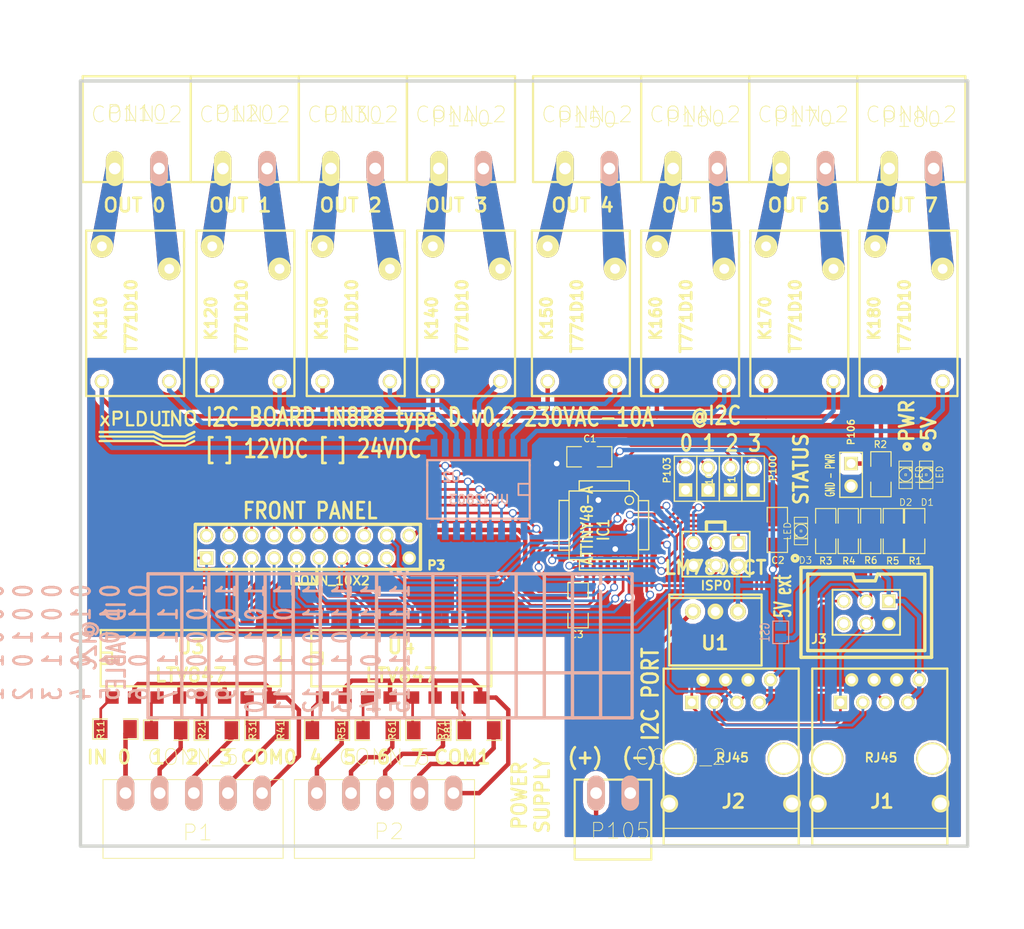
<source format=kicad_pcb>
(kicad_pcb (version 3) (host pcbnew "(2013-jul-07)-stable")
  (title_block (title "4in4out I2C board") (rev 0) (company "XPLDUINO project") (comment 1 "GNU GPL v2") (comment 2 "Domotic Open Source "))
  (layers (15 Dessus signal) (0 Dessous signal hide) (18 B.Paste user) (19 F.Paste user) (20 B.SilkS user hide) (21 F.SilkS user) (22 B.Mask user) (23 F.Mask user) (28 Edge.Cuts user))
  (net 0 "")
  (net 1 +12V)
  (net 2 +5V)
  (net 3 /230_110_1)
  (net 4 /230_110_2)
  (net 5 /230_120_1)
  (net 6 /230_120_2)
  (net 7 /230_130_1)
  (net 8 /230_130_2)
  (net 9 /230_140_1)
  (net 10 /230_140_2)
  (net 11 /230_150_1)
  (net 12 /230_150_2)
  (net 13 /230_160_1)
  (net 14 /230_160_2)
  (net 15 /230_170_1)
  (net 16 /230_170_2)
  (net 17 /230_180_1)
  (net 18 /230_180_2)
  (net 19 /INT)
  (net 20 5V_EXT)
  (net 21 A0)
  (net 22 A1)
  (net 23 A2)
  (net 24 A3)
  (net 25 CMD0)
  (net 26 CMD1)
  (net 27 CMD2)
  (net 28 CMD3)
  (net 29 CMD4)
  (net 30 CMD5)
  (net 31 CMD6)
  (net 32 CMD7)
  (net 33 COM0)
  (net 34 COM1)
  (net 35 GND)
  (net 36 IN0)
  (net 37 IN1)
  (net 38 IN2)
  (net 39 IN3)
  (net 40 IN4)
  (net 41 IN5)
  (net 42 IN6)
  (net 43 IN7)
  (net 44 LED)
  (net 45 MISO)
  (net 46 MOSI)
  (net 47 N-0000034)
  (net 48 N-0000035)
  (net 49 N-0000036)
  (net 50 N-0000037)
  (net 51 N-0000046)
  (net 52 N-0000047)
  (net 53 N-0000048)
  (net 54 N-0000049)
  (net 55 N-0000066)
  (net 56 N-0000073)
  (net 57 N-0000074)
  (net 58 OUT0)
  (net 59 OUT1)
  (net 60 OUT2)
  (net 61 OUT3)
  (net 62 OUT4)
  (net 63 OUT5)
  (net 64 OUT6)
  (net 65 OUT7)
  (net 66 R0)
  (net 67 R1)
  (net 68 R2)
  (net 69 R3)
  (net 70 R4)
  (net 71 R5)
  (net 72 R6)
  (net 73 R7)
  (net 74 RESET)
  (net 75 SCK)
  (net 76 SCL)
  (net 77 SDA)
  (module SOIC18 (layer Dessous) (at 226.568 117.221 180)
    (fp_text reference U2 (at 3.1115 1.397 180) (layer B.SilkS) (effects (font (size 1.016 1.016) (thickness 0.2032)) (justify mirror)))
    (fp_text value ULN2803 (at 0 -1.143 180) (layer B.SilkS) (effects (font (size 1.016 1.016) (thickness 0.2032)) (justify mirror)))
    (pad 1 smd rect (at -5.08 -4.7 180) (size 0.762 2) (layers Dessous B.Paste B.Mask) (net 65 OUT7))
    (pad 2 smd rect (at -3.81 -4.699 180) (size 0.762 2) (layers Dessous B.Paste B.Mask) (net 64 OUT6))
    (pad 3 smd rect (at -2.54 -4.699 180) (size 0.762 2) (layers Dessous B.Paste B.Mask) (net 63 OUT5))
    (pad 4 smd rect (at -1.27 -4.699 180) (size 0.762 2) (layers Dessous B.Paste B.Mask) (net 62 OUT4))
    (pad 5 smd rect (at 0 -4.699 180) (size 0.762 2) (layers Dessous B.Paste B.Mask) (net 61 OUT3))
    (pad 6 smd rect (at 1.27 -4.699 180) (size 0.762 2) (layers Dessous B.Paste B.Mask) (net 60 OUT2))
    (pad 7 smd rect (at 2.54 -4.699 180) (size 0.762 2) (layers Dessous B.Paste B.Mask) (net 59 OUT1))
    (pad 8 smd rect (at 3.81 -4.699 180) (size 0.762 2) (layers Dessous B.Paste B.Mask) (net 58 OUT0))
    (pad 9 smd rect (at 5.08 -4.699 180) (size 0.762 2) (layers Dessous B.Paste B.Mask) (net 35 GND))
    (pad 10 smd rect (at 5.08 4.699 180) (size 0.762 2) (layers Dessous B.Paste B.Mask) (net 1 +12V))
    (pad 11 smd rect (at 3.81 4.699 180) (size 0.762 2) (layers Dessous B.Paste B.Mask) (net 66 R0))
    (pad 12 smd rect (at 2.54 4.699 180) (size 0.762 2) (layers Dessous B.Paste B.Mask) (net 67 R1))
    (pad 18 smd rect (at -5.08 4.7 180) (size 0.762 2) (layers Dessous B.Paste B.Mask) (net 73 R7))
    (pad 17 smd rect (at -3.81 4.699 180) (size 0.762 2) (layers Dessous B.Paste B.Mask) (net 72 R6))
    (pad 16 smd rect (at -2.54 4.699 180) (size 0.762 2) (layers Dessous B.Paste B.Mask) (net 71 R5))
    (pad 15 smd rect (at -1.27 4.699 180) (size 0.762 2) (layers Dessous B.Paste B.Mask) (net 70 R4))
    (pad 14 smd rect (at 0 4.699 180) (size 0.762 2) (layers Dessous B.Paste B.Mask) (net 69 R3))
    (pad 13 smd rect (at 1.27 4.699 180) (size 0.762 2) (layers Dessous B.Paste B.Mask) (net 68 R2))
  )
  (module pin_array_10x2 (layer Dessus) (at 209.804 123.698)
    (fp_text reference P3 (at 11.938 2.0955) (layer F.SilkS) (effects (font (size 1.016 1.016) (thickness 0.27432))))
    (fp_text value CONN_10X2 (at 0 3.81) (layer F.SilkS) (effects (font (size 1.016 1.016) (thickness 0.2032))))
    (pad 1 thru_hole rect (at -13.97 1.27) (size 1.524 1.524) (drill 1.016) (layers *.Cu *.Mask F.SilkS) (net 25 CMD0))
    (pad 2 thru_hole circle (at -13.97 -1.27) (size 1.524 1.524) (drill 1.016) (layers *.Cu *.Mask F.SilkS) (net 58 OUT0))
    (pad 3 thru_hole circle (at -11.43 1.27) (size 1.524 1.524) (drill 1.016) (layers *.Cu *.Mask F.SilkS) (net 26 CMD1))
    (pad 4 thru_hole circle (at -11.43 -1.27) (size 1.524 1.524) (drill 1.016) (layers *.Cu *.Mask F.SilkS) (net 59 OUT1))
    (pad 5 thru_hole circle (at -8.89 1.27) (size 1.524 1.524) (drill 1.016) (layers *.Cu *.Mask F.SilkS) (net 27 CMD2))
    (pad 6 thru_hole circle (at -8.89 -1.27) (size 1.524 1.524) (drill 1.016) (layers *.Cu *.Mask F.SilkS) (net 60 OUT2))
    (pad 7 thru_hole circle (at -6.35 1.27) (size 1.524 1.524) (drill 1.016) (layers *.Cu *.Mask F.SilkS) (net 28 CMD3))
    (pad 8 thru_hole circle (at -6.35 -1.27) (size 1.524 1.524) (drill 1.016) (layers *.Cu *.Mask F.SilkS) (net 61 OUT3))
    (pad 9 thru_hole circle (at -3.81 1.27) (size 1.524 1.524) (drill 1.016) (layers *.Cu *.Mask F.SilkS) (net 29 CMD4))
    (pad 10 thru_hole circle (at -3.81 -1.27) (size 1.524 1.524) (drill 1.016) (layers *.Cu *.Mask F.SilkS) (net 62 OUT4))
    (pad 11 thru_hole circle (at -1.27 1.27) (size 1.524 1.524) (drill 1.016) (layers *.Cu *.Mask F.SilkS) (net 30 CMD5))
    (pad 12 thru_hole circle (at -1.27 -1.27) (size 1.524 1.524) (drill 1.016) (layers *.Cu *.Mask F.SilkS) (net 63 OUT5))
    (pad 13 thru_hole circle (at 1.27 1.27) (size 1.524 1.524) (drill 1.016) (layers *.Cu *.Mask F.SilkS) (net 31 CMD6))
    (pad 14 thru_hole circle (at 1.27 -1.27) (size 1.524 1.524) (drill 1.016) (layers *.Cu *.Mask F.SilkS) (net 64 OUT6))
    (pad 15 thru_hole circle (at 3.81 1.27) (size 1.524 1.524) (drill 1.016) (layers *.Cu *.Mask F.SilkS) (net 32 CMD7))
    (pad 16 thru_hole circle (at 3.81 -1.27) (size 1.524 1.524) (drill 1.016) (layers *.Cu *.Mask F.SilkS) (net 65 OUT7))
    (pad 17 thru_hole circle (at 6.35 1.27) (size 1.524 1.524) (drill 1.016) (layers *.Cu *.Mask F.SilkS) (net 74 RESET))
    (pad 18 thru_hole circle (at 6.35 -1.27) (size 1.524 1.524) (drill 1.016) (layers *.Cu *.Mask F.SilkS) (net 44 LED))
    (pad 19 thru_hole circle (at 8.89 1.27) (size 1.524 1.524) (drill 1.016) (layers *.Cu *.Mask F.SilkS) (net 35 GND))
    (pad 20 thru_hole circle (at 8.89 -1.27) (size 1.524 1.524) (drill 1.016) (layers *.Cu *.Mask F.SilkS) (net 2 +5V))
  )
  (module TQFP32 (layer Dessus) (at 240.665 121.285 270)
    (fp_text reference IC1 (at 0.508 0.0635 270) (layer F.SilkS) (effects (font (size 1.27 1.016) (thickness 0.2032))))
    (fp_text value ATTINY48-A (at 0 1.905 270) (layer F.SilkS) (effects (font (size 1.27 1.016) (thickness 0.2032))))
    (pad 8 smd rect (at -4.81584 2.77622 270) (size 1.99898 0.44958) (layers Dessus F.Paste F.Mask) (net 58 OUT0))
    (pad 7 smd rect (at -4.81584 1.97612 270) (size 1.99898 0.44958) (layers Dessus F.Paste F.Mask) (net 59 OUT1))
    (pad 6 smd rect (at -4.81584 1.17602 270) (size 1.99898 0.44958) (layers Dessus F.Paste F.Mask) (net 24 A3))
    (pad 5 smd rect (at -4.81584 0.37592 270) (size 1.99898 0.44958) (layers Dessus F.Paste F.Mask) (net 35 GND))
    (pad 4 smd rect (at -4.81584 -0.42418 270) (size 1.99898 0.44958) (layers Dessus F.Paste F.Mask) (net 2 +5V))
    (pad 3 smd rect (at -4.81584 -1.22428 270) (size 1.99898 0.44958) (layers Dessus F.Paste F.Mask) (net 23 A2))
    (pad 2 smd rect (at -4.81584 -2.02438 270) (size 1.99898 0.44958) (layers Dessus F.Paste F.Mask) (net 22 A1))
    (pad 1 smd rect (at -4.81584 -2.82448 270) (size 1.99898 0.44958) (layers Dessus F.Paste F.Mask) (net 21 A0))
    (pad 24 smd rect (at 4.7498 -2.8194 270) (size 1.99898 0.44958) (layers Dessus F.Paste F.Mask) (net 28 CMD3))
    (pad 17 smd rect (at 4.7498 2.794 270) (size 1.99898 0.44958) (layers Dessus F.Paste F.Mask) (net 75 SCK))
    (pad 18 smd rect (at 4.7498 1.9812 270) (size 1.99898 0.44958) (layers Dessus F.Paste F.Mask) (net 2 +5V))
    (pad 19 smd rect (at 4.7498 1.1684 270) (size 1.99898 0.44958) (layers Dessus F.Paste F.Mask) (net 32 CMD7))
    (pad 20 smd rect (at 4.7498 0.381 270) (size 1.99898 0.44958) (layers Dessus F.Paste F.Mask) (net 31 CMD6))
    (pad 21 smd rect (at 4.7498 -0.4318 270) (size 1.99898 0.44958) (layers Dessus F.Paste F.Mask) (net 35 GND))
    (pad 22 smd rect (at 4.7498 -1.2192 270) (size 1.99898 0.44958) (layers Dessus F.Paste F.Mask) (net 30 CMD5))
    (pad 23 smd rect (at 4.7498 -2.032 270) (size 1.99898 0.44958) (layers Dessus F.Paste F.Mask) (net 29 CMD4))
    (pad 32 smd rect (at -2.82448 -4.826 270) (size 0.44958 1.99898) (layers Dessus F.Paste F.Mask) (net 44 LED))
    (pad 31 smd rect (at -2.02692 -4.826 270) (size 0.44958 1.99898) (layers Dessus F.Paste F.Mask) (net 19 /INT))
    (pad 30 smd rect (at -1.22428 -4.826 270) (size 0.44958 1.99898) (layers Dessus F.Paste F.Mask) (net 25 CMD0))
    (pad 29 smd rect (at -0.42672 -4.826 270) (size 0.44958 1.99898) (layers Dessus F.Paste F.Mask) (net 74 RESET))
    (pad 28 smd rect (at 0.37592 -4.826 270) (size 0.44958 1.99898) (layers Dessus F.Paste F.Mask) (net 76 SCL))
    (pad 27 smd rect (at 1.17348 -4.826 270) (size 0.44958 1.99898) (layers Dessus F.Paste F.Mask) (net 77 SDA))
    (pad 26 smd rect (at 1.97612 -4.826 270) (size 0.44958 1.99898) (layers Dessus F.Paste F.Mask) (net 26 CMD1))
    (pad 25 smd rect (at 2.77368 -4.826 270) (size 0.44958 1.99898) (layers Dessus F.Paste F.Mask) (net 27 CMD2))
    (pad 9 smd rect (at -2.8194 4.7752 270) (size 0.44958 1.99898) (layers Dessus F.Paste F.Mask) (net 60 OUT2))
    (pad 10 smd rect (at -2.032 4.7752 270) (size 0.44958 1.99898) (layers Dessus F.Paste F.Mask) (net 61 OUT3))
    (pad 11 smd rect (at -1.2192 4.7752 270) (size 0.44958 1.99898) (layers Dessus F.Paste F.Mask) (net 62 OUT4))
    (pad 12 smd rect (at -0.4318 4.7752 270) (size 0.44958 1.99898) (layers Dessus F.Paste F.Mask) (net 63 OUT5))
    (pad 13 smd rect (at 0.3556 4.7752 270) (size 0.44958 1.99898) (layers Dessus F.Paste F.Mask) (net 64 OUT6))
    (pad 14 smd rect (at 1.1684 4.7752 270) (size 0.44958 1.99898) (layers Dessus F.Paste F.Mask) (net 65 OUT7))
    (pad 15 smd rect (at 1.9812 4.7752 270) (size 0.44958 1.99898) (layers Dessus F.Paste F.Mask) (net 46 MOSI))
    (pad 16 smd rect (at 2.794 4.7752 270) (size 0.44958 1.99898) (layers Dessus F.Paste F.Mask) (net 45 MISO))
  )
  (module MOL_CONN_5_MINI (layer Dessus) (at 208.28 151.5)
    (fp_text reference P2 (at 8.128 4.329) (layer F.SilkS) (effects (font (size 1.778 1.778) (thickness 0.0889))))
    (fp_text value CONN_5 (at 7.62 -4.064) (layer F.SilkS) (effects (font (size 1.778 1.778) (thickness 0.0889))))
    (pad 1 thru_hole oval (at 0 0) (size 1.9812 3.9624) (drill 1.3208) (layers *.Cu *.SilkS *.Mask F.Paste) (net 40 IN4))
    (pad 2 thru_hole oval (at 3.85 0) (size 1.9812 3.9624) (drill 1.3208) (layers *.Cu *.SilkS *.Mask F.Paste) (net 41 IN5))
    (pad 3 thru_hole oval (at 7.7 0) (size 1.9812 3.9624) (drill 1.3208) (layers *.Cu *.SilkS *.Mask F.Paste) (net 42 IN6))
    (pad 4 thru_hole oval (at 11.55 0) (size 1.9812 3.9624) (drill 1.3208) (layers *.Cu *.SilkS *.Mask F.Paste) (net 43 IN7))
    (pad 5 thru_hole oval (at 15.4 0) (size 1.9812 3.9624) (drill 1.3208) (layers *.Cu *.SilkS *.Mask F.Paste) (net 34 COM1))
  )
  (module MOL_CONN_5_MINI (layer Dessus) (at 186.69 151.5)
    (fp_text reference P1 (at 8.128 4.456) (layer F.SilkS) (effects (font (size 1.778 1.778) (thickness 0.0889))))
    (fp_text value CONN_5 (at 7.62 -4.064) (layer F.SilkS) (effects (font (size 1.778 1.778) (thickness 0.0889))))
    (pad 1 thru_hole oval (at 0 0) (size 1.9812 3.9624) (drill 1.3208) (layers *.Cu *.SilkS *.Mask F.Paste) (net 36 IN0))
    (pad 2 thru_hole oval (at 3.85 0) (size 1.9812 3.9624) (drill 1.3208) (layers *.Cu *.SilkS *.Mask F.Paste) (net 37 IN1))
    (pad 3 thru_hole oval (at 7.7 0) (size 1.9812 3.9624) (drill 1.3208) (layers *.Cu *.SilkS *.Mask F.Paste) (net 38 IN2))
    (pad 4 thru_hole oval (at 11.55 0) (size 1.9812 3.9624) (drill 1.3208) (layers *.Cu *.SilkS *.Mask F.Paste) (net 39 IN3))
    (pad 5 thru_hole oval (at 15.4 0) (size 1.9812 3.9624) (drill 1.3208) (layers *.Cu *.SilkS *.Mask F.Paste) (net 33 COM0))
  )
  (module HE10-6 (layer Dessus) (at 270.256 131.096 180)
    (fp_text reference J3 (at 5.334 -3.016 180) (layer F.SilkS) (effects (font (size 1.016 1.016) (thickness 0.2032))))
    (fp_text value CONN_6 hide)
    (pad 1 thru_hole rect (at -2.54 1.27 180) (size 1.524 1.524) (drill 1.016) (layers *.Cu *.Mask F.SilkS) (net 20 5V_EXT))
    (pad 2 thru_hole circle (at -2.54 -1.27 180) (size 1.524 1.524) (drill 1.016) (layers *.Cu *.Mask F.SilkS) (net 35 GND))
    (pad 3 thru_hole circle (at 0 1.27 180) (size 1.524 1.524) (drill 1.016) (layers *.Cu *.Mask F.SilkS) (net 76 SCL))
    (pad 4 thru_hole circle (at 0 -1.27 180) (size 1.524 1.524) (drill 1.016) (layers *.Cu *.Mask F.SilkS) (net 77 SDA))
    (pad 5 thru_hole circle (at 2.54 1.27 180) (size 1.524 1.524) (drill 1.016) (layers *.Cu *.Mask F.SilkS) (net 19 /INT))
    (pad 6 thru_hole circle (at 2.54 -1.27 180) (size 1.524 1.524) (drill 1.016) (layers *.Cu *.Mask F.SilkS))
  )
  (module LED-1206 (layer Dessus) (at 277.0124 115.57 90)
    (fp_text reference D1 (at -3.1115 0.127 180) (layer F.SilkS) (effects (font (size 0.762 0.762) (thickness 0.0889))))
    (fp_text value LED (at 0 1.524 90) (layer F.SilkS) (effects (font (size 0.762 0.762) (thickness 0.0889))))
    (pad 1 smd rect (at -1.41986 0 90) (size 1.59766 1.80086) (layers Dessus F.Paste F.Mask) (net 57 N-0000074))
    (pad 2 smd rect (at 1.41986 0 90) (size 1.59766 1.80086) (layers Dessus F.Paste F.Mask) (net 35 GND))
  )
  (module LED-1206 (layer Dessus) (at 274.701 115.57 90)
    (fp_text reference D2 (at -3.1115 0 180) (layer F.SilkS) (effects (font (size 0.762 0.762) (thickness 0.0889))))
    (fp_text value LED (at 0 1.524 90) (layer F.SilkS) (effects (font (size 0.762 0.762) (thickness 0.0889))))
    (pad 1 smd rect (at -1.41986 0 90) (size 1.59766 1.80086) (layers Dessus F.Paste F.Mask) (net 56 N-0000073))
    (pad 2 smd rect (at 1.41986 0 90) (size 1.59766 1.80086) (layers Dessus F.Paste F.Mask) (net 35 GND))
  )
  (module LED-1206 (layer Dessus) (at 262.89 121.92 270)
    (fp_text reference D3 (at 3.302 -0.508 360) (layer F.SilkS) (effects (font (size 0.762 0.762) (thickness 0.0889))))
    (fp_text value LED (at 0 1.524 270) (layer F.SilkS) (effects (font (size 0.762 0.762) (thickness 0.0889))))
    (pad 1 smd rect (at -1.41986 0 270) (size 1.59766 1.80086) (layers Dessus F.Paste F.Mask) (net 44 LED))
    (pad 2 smd rect (at 1.41986 0 270) (size 1.59766 1.80086) (layers Dessus F.Paste F.Mask) (net 55 N-0000066))
  )
  (module PIN_ARRAY_2X1 (layer Dessus) (at 257.4925 116.0145 90)
    (fp_text reference P100 (at 1.2065 2.2225 90) (layer F.SilkS) (effects (font (size 0.762 0.762) (thickness 0.1524))))
    (fp_text value CONN_2 hide)
    (pad 1 thru_hole rect (at -1.27 0 90) (size 1.524 1.524) (drill 1.016) (layers *.Cu *.Mask F.SilkS) (net 35 GND))
    (pad 2 thru_hole circle (at 1.27 0 90) (size 1.524 1.524) (drill 1.016) (layers *.Cu *.Mask F.SilkS) (net 24 A3))
  )
  (module PIN_ARRAY_2X1 (layer Dessus) (at 254.9525 116.0145 90)
    (fp_text reference P101 (at 0.254 0.127 90) (layer F.SilkS) (effects (font (size 0.762 0.762) (thickness 0.1524))))
    (fp_text value CONN_2 hide)
    (pad 1 thru_hole rect (at -1.27 0 90) (size 1.524 1.524) (drill 1.016) (layers *.Cu *.Mask F.SilkS) (net 35 GND))
    (pad 2 thru_hole circle (at 1.27 0 90) (size 1.524 1.524) (drill 1.016) (layers *.Cu *.Mask F.SilkS) (net 23 A2))
  )
  (module PIN_ARRAY_2X1 (layer Dessus) (at 249.8725 116.0145 90)
    (fp_text reference P103 (at 0.9525 -2.0955 90) (layer F.SilkS) (effects (font (size 0.762 0.762) (thickness 0.1524))))
    (fp_text value CONN_2 hide)
    (pad 1 thru_hole rect (at -1.27 0 90) (size 1.524 1.524) (drill 1.016) (layers *.Cu *.Mask F.SilkS) (net 35 GND))
    (pad 2 thru_hole circle (at 1.27 0 90) (size 1.524 1.524) (drill 1.016) (layers *.Cu *.Mask F.SilkS) (net 21 A0))
  )
  (module PIN_ARRAY_2X1 (layer Dessus) (at 268.5415 115.57 270)
    (fp_text reference P106 (at -4.826 0 270) (layer F.SilkS) (effects (font (size 0.762 0.762) (thickness 0.1524))))
    (fp_text value CONN_2 hide)
    (pad 1 thru_hole rect (at -1.27 0 270) (size 1.524 1.524) (drill 1.016) (layers *.Cu *.Mask F.SilkS) (net 1 +12V))
    (pad 2 thru_hole circle (at 1.27 0 270) (size 1.524 1.524) (drill 1.016) (layers *.Cu *.Mask F.SilkS) (net 35 GND))
  )
  (module PIN_ARRAY_2X1 (layer Dessus) (at 252.4125 116.0145 90)
    (fp_text reference P102 (at 0 0.127 90) (layer F.SilkS) (effects (font (size 0.762 0.762) (thickness 0.1524))))
    (fp_text value CONN_2 hide)
    (pad 1 thru_hole rect (at -1.27 0 90) (size 1.524 1.524) (drill 1.016) (layers *.Cu *.Mask F.SilkS) (net 35 GND))
    (pad 2 thru_hole circle (at 1.27 0 90) (size 1.524 1.524) (drill 1.016) (layers *.Cu *.Mask F.SilkS) (net 22 A1))
  )
  (module SM1206 (layer Dessus) (at 209.423 144.399 180)
    (fp_text reference R51 (at -1.651 0 270) (layer F.SilkS) (effects (font (size 0.762 0.762) (thickness 0.127))))
    (fp_text value 2KR hide)
    (pad 1 smd rect (at -1.651 0 180) (size 1.524 2.032) (layers Dessus F.Paste F.Mask) (net 40 IN4))
    (pad 2 smd rect (at 1.651 0 180) (size 1.524 2.032) (layers Dessus F.Paste F.Mask) (net 47 N-0000034))
  )
  (module SM1206 (layer Dessus) (at 268.224 121.92 90)
    (fp_text reference R4 (at -3.3655 0.0635 360) (layer F.SilkS) (effects (font (size 0.762 0.762) (thickness 0.127))))
    (fp_text value 10KR hide)
    (pad 1 smd rect (at -1.651 0 90) (size 1.524 2.032) (layers Dessus F.Paste F.Mask) (net 2 +5V))
    (pad 2 smd rect (at 1.651 0 90) (size 1.524 2.032) (layers Dessus F.Paste F.Mask) (net 74 RESET))
  )
  (module SM1206 (layer Dessus) (at 265.684 121.92 90)
    (fp_text reference R3 (at -3.3655 0 180) (layer F.SilkS) (effects (font (size 0.762 0.762) (thickness 0.127))))
    (fp_text value 2KR hide)
    (pad 1 smd rect (at -1.651 0 90) (size 1.524 2.032) (layers Dessus F.Paste F.Mask) (net 55 N-0000066))
    (pad 2 smd rect (at 1.651 0 90) (size 1.524 2.032) (layers Dessus F.Paste F.Mask) (net 35 GND))
  )
  (module SM1206 (layer Dessus) (at 260.223 121.793 90)
    (fp_text reference C2 (at -3.429 0.0635 180) (layer F.SilkS) (effects (font (size 0.762 0.762) (thickness 0.127))))
    (fp_text value 0.1uF hide)
    (pad 1 smd rect (at -1.651 0 90) (size 1.524 2.032) (layers Dessus F.Paste F.Mask) (net 2 +5V))
    (pad 2 smd rect (at 1.651 0 90) (size 1.524 2.032) (layers Dessus F.Paste F.Mask) (net 35 GND))
  )
  (module SM1206 (layer Dessus) (at 239.014 113.538 180)
    (fp_text reference C1 (at -0.0635 2.032 180) (layer F.SilkS) (effects (font (size 0.762 0.762) (thickness 0.127))))
    (fp_text value 0.1uF hide)
    (pad 1 smd rect (at -1.651 0 180) (size 1.524 2.032) (layers Dessus F.Paste F.Mask) (net 2 +5V))
    (pad 2 smd rect (at 1.651 0 180) (size 1.524 2.032) (layers Dessus F.Paste F.Mask) (net 35 GND))
  )
  (module SM1206 (layer Dessus) (at 271.907 115.5065 270)
    (fp_text reference R2 (at -3.3655 0.0635 360) (layer F.SilkS) (effects (font (size 0.762 0.762) (thickness 0.127))))
    (fp_text value 4.7KR hide)
    (pad 1 smd rect (at -1.651 0 270) (size 1.524 2.032) (layers Dessus F.Paste F.Mask) (net 1 +12V))
    (pad 2 smd rect (at 1.651 0 270) (size 1.524 2.032) (layers Dessus F.Paste F.Mask) (net 56 N-0000073))
  )
  (module SM1206 (layer Dessus) (at 196.977 144.399 180)
    (fp_text reference R31 (at -4.064 0 270) (layer F.SilkS) (effects (font (size 0.762 0.762) (thickness 0.127))))
    (fp_text value 2KR hide)
    (pad 1 smd rect (at -1.651 0 180) (size 1.524 2.032) (layers Dessus F.Paste F.Mask) (net 38 IN2))
    (pad 2 smd rect (at 1.651 0 180) (size 1.524 2.032) (layers Dessus F.Paste F.Mask) (net 53 N-0000048))
  )
  (module SM1206 (layer Dessus) (at 275.717 121.92 90)
    (fp_text reference R1 (at -3.3655 0.0635 180) (layer F.SilkS) (effects (font (size 0.762 0.762) (thickness 0.127))))
    (fp_text value 2KR hide)
    (pad 1 smd rect (at -1.651 0 90) (size 1.524 2.032) (layers Dessus F.Paste F.Mask) (net 2 +5V))
    (pad 2 smd rect (at 1.651 0 90) (size 1.524 2.032) (layers Dessus F.Paste F.Mask) (net 57 N-0000074))
  )
  (module SM1206 (layer Dessus) (at 191.262 144.399 180)
    (fp_text reference R21 (at -4.064 0 270) (layer F.SilkS) (effects (font (size 0.762 0.762) (thickness 0.127))))
    (fp_text value 2KR hide)
    (pad 1 smd rect (at -1.651 0 180) (size 1.524 2.032) (layers Dessus F.Paste F.Mask) (net 37 IN1))
    (pad 2 smd rect (at 1.651 0 180) (size 1.524 2.032) (layers Dessus F.Paste F.Mask) (net 52 N-0000047))
  )
  (module SM1206 (layer Dessus) (at 202.692 144.399 180)
    (fp_text reference R41 (at -1.524 0 270) (layer F.SilkS) (effects (font (size 0.762 0.762) (thickness 0.127))))
    (fp_text value 2KR hide)
    (pad 1 smd rect (at -1.651 0 180) (size 1.524 2.032) (layers Dessus F.Paste F.Mask) (net 39 IN3))
    (pad 2 smd rect (at 1.651 0 180) (size 1.524 2.032) (layers Dessus F.Paste F.Mask) (net 54 N-0000049))
  )
  (module SM1206 (layer Dessus) (at 226.568 144.399 180)
    (fp_text reference R81 (at 3.4925 0 270) (layer F.SilkS) (effects (font (size 0.762 0.762) (thickness 0.127))))
    (fp_text value 2KR hide)
    (pad 1 smd rect (at -1.651 0 180) (size 1.524 2.032) (layers Dessus F.Paste F.Mask) (net 43 IN7))
    (pad 2 smd rect (at 1.651 0 180) (size 1.524 2.032) (layers Dessus F.Paste F.Mask) (net 50 N-0000037))
  )
  (module SM1206 (layer Dessus) (at 215.138 144.399 180)
    (fp_text reference R61 (at -1.651 0 270) (layer F.SilkS) (effects (font (size 0.762 0.762) (thickness 0.127))))
    (fp_text value 2KR hide)
    (pad 1 smd rect (at -1.651 0 180) (size 1.524 2.032) (layers Dessus F.Paste F.Mask) (net 41 IN5))
    (pad 2 smd rect (at 1.651 0 180) (size 1.524 2.032) (layers Dessus F.Paste F.Mask) (net 48 N-0000035))
  )
  (module SM1206 (layer Dessus) (at 220.853 144.399 180)
    (fp_text reference R71 (at -1.524 0 270) (layer F.SilkS) (effects (font (size 0.762 0.762) (thickness 0.127))))
    (fp_text value 2KR hide)
    (pad 1 smd rect (at -1.651 0 180) (size 1.524 2.032) (layers Dessus F.Paste F.Mask) (net 42 IN6))
    (pad 2 smd rect (at 1.651 0 180) (size 1.524 2.032) (layers Dessus F.Paste F.Mask) (net 49 N-0000036))
  )
  (module pin_array_3x2 (layer Dessus) (at 253.3015 124.5235 180)
    (fp_text reference ISP0 (at 0 -3.556 180) (layer F.SilkS) (effects (font (size 1.016 1.016) (thickness 0.2032))))
    (fp_text value CONN_3X2 hide)
    (pad 1 thru_hole rect (at -2.54 1.27 180) (size 1.524 1.524) (drill 1.016) (layers *.Cu *.Mask F.SilkS) (net 45 MISO))
    (pad 2 thru_hole circle (at -2.54 -1.27 180) (size 1.524 1.524) (drill 1.016) (layers *.Cu *.Mask F.SilkS) (net 2 +5V))
    (pad 3 thru_hole circle (at 0 1.27 180) (size 1.524 1.524) (drill 1.016) (layers *.Cu *.Mask F.SilkS) (net 75 SCK))
    (pad 4 thru_hole circle (at 0 -1.27 180) (size 1.524 1.524) (drill 1.016) (layers *.Cu *.Mask F.SilkS) (net 46 MOSI))
    (pad 5 thru_hole circle (at 2.54 1.27 180) (size 1.524 1.524) (drill 1.016) (layers *.Cu *.Mask F.SilkS) (net 74 RESET))
    (pad 6 thru_hole circle (at 2.54 -1.27 180) (size 1.524 1.524) (drill 1.016) (layers *.Cu *.Mask F.SilkS) (net 35 GND))
  )
  (module SM1206 (layer Dessus) (at 185.547 144.272 180)
    (fp_text reference R11 (at 1.651 -0.127 270) (layer F.SilkS) (effects (font (size 0.762 0.762) (thickness 0.127))))
    (fp_text value 2KR hide)
    (pad 1 smd rect (at -1.651 0 180) (size 1.524 2.032) (layers Dessus F.Paste F.Mask) (net 36 IN0))
    (pad 2 smd rect (at 1.651 0 180) (size 1.524 2.032) (layers Dessus F.Paste F.Mask) (net 51 N-0000046))
  )
  (module SM1206 (layer Dessus) (at 273.304 121.92 270)
    (fp_text reference R5 (at 3.3655 0.0635 360) (layer F.SilkS) (effects (font (size 0.762 0.762) (thickness 0.127))))
    (fp_text value 10KR hide)
    (pad 1 smd rect (at -1.651 0 270) (size 1.524 2.032) (layers Dessus F.Paste F.Mask) (net 2 +5V))
    (pad 2 smd rect (at 1.651 0 270) (size 1.524 2.032) (layers Dessus F.Paste F.Mask) (net 77 SDA))
  )
  (module SM1206 (layer Dessus) (at 270.764 121.92 270)
    (fp_text reference R6 (at 3.302 0 360) (layer F.SilkS) (effects (font (size 0.762 0.762) (thickness 0.127))))
    (fp_text value 10KR hide)
    (pad 1 smd rect (at -1.651 0 270) (size 1.524 2.032) (layers Dessus F.Paste F.Mask) (net 2 +5V))
    (pad 2 smd rect (at 1.651 0 270) (size 1.524 2.032) (layers Dessus F.Paste F.Mask) (net 76 SCL))
  )
  (module MOL_CONN_2_MINI (layer Dessus) (at 241.681 151.5)
    (fp_text reference P105 (at 0.8255 4.2655) (layer F.SilkS) (effects (font (size 1.778 1.778) (thickness 0.0889))))
    (fp_text value CONN_2 (at 7.62 -4.064) (layer F.SilkS) (effects (font (size 1.778 1.778) (thickness 0.0889))))
    (pad 1 thru_hole oval (at -1.905 0) (size 1.9812 3.9624) (drill 1.3208) (layers *.Cu *.SilkS *.Mask F.Paste) (net 1 +12V))
    (pad 2 thru_hole oval (at 1.945 0) (size 1.9812 3.9624) (drill 1.3208) (layers *.Cu *.SilkS *.Mask F.Paste) (net 35 GND))
  )
  (module SM1206 (layer Dessus) (at 237.744 130.302 270)
    (fp_text reference C3 (at 3.302 0.127 360) (layer F.SilkS) (effects (font (size 0.762 0.762) (thickness 0.127))))
    (fp_text value 4.7uF hide)
    (pad 1 smd rect (at -1.651 0 270) (size 1.524 2.032) (layers Dessus F.Paste F.Mask) (net 2 +5V))
    (pad 2 smd rect (at 1.651 0 270) (size 1.524 2.032) (layers Dessus F.Paste F.Mask) (net 35 GND))
  )
  (module T771D10 (layer Dessus) (at 184.023 105.029 90)
    (fp_text reference K110 (at 7.112 -0.127 90) (layer F.SilkS) (effects (font (size 1.27 1.27) (thickness 0.3175))))
    (fp_text value T771D10 (at 7.366 3.302 90) (layer F.SilkS) (effects (font (size 1.27 1.27) (thickness 0.3175))))
    (pad 1 thru_hole circle (at 0 0 90) (size 1.6002 1.6002) (drill 1.09982) (layers *.Cu *.Mask F.SilkS) (net 1 +12V))
    (pad 2 thru_hole circle (at 0 7.6 90) (size 1.6002 1.6002) (drill 1.09982) (layers *.Cu *.Mask F.SilkS) (net 66 R0))
    (pad 3 thru_hole circle (at 12.7 7.6 90) (size 2.54 2.54) (drill 1.09982) (layers *.Cu *.Mask F.SilkS) (net 3 /230_110_1))
    (pad 4 thru_hole circle (at 15.24 0 90) (size 2.54 2.54) (drill 1.09982) (layers *.Cu *.Mask F.SilkS) (net 4 /230_110_2))
  )
  (module T771D10 (layer Dessus) (at 196.469 105.029 90)
    (fp_text reference K120 (at 7.112 -0.127 90) (layer F.SilkS) (effects (font (size 1.27 1.27) (thickness 0.3175))))
    (fp_text value T771D10 (at 7.366 3.302 90) (layer F.SilkS) (effects (font (size 1.27 1.27) (thickness 0.3175))))
    (pad 1 thru_hole circle (at 0 0 90) (size 1.6002 1.6002) (drill 1.09982) (layers *.Cu *.Mask F.SilkS) (net 1 +12V))
    (pad 2 thru_hole circle (at 0 7.6 90) (size 1.6002 1.6002) (drill 1.09982) (layers *.Cu *.Mask F.SilkS) (net 67 R1))
    (pad 3 thru_hole circle (at 12.7 7.6 90) (size 2.54 2.54) (drill 1.09982) (layers *.Cu *.Mask F.SilkS) (net 5 /230_120_1))
    (pad 4 thru_hole circle (at 15.24 0 90) (size 2.54 2.54) (drill 1.09982) (layers *.Cu *.Mask F.SilkS) (net 6 /230_120_2))
  )
  (module T771D10 (layer Dessus) (at 208.915 105.029 90)
    (fp_text reference K130 (at 7.112 -0.127 90) (layer F.SilkS) (effects (font (size 1.27 1.27) (thickness 0.3175))))
    (fp_text value T771D10 (at 7.366 3.302 90) (layer F.SilkS) (effects (font (size 1.27 1.27) (thickness 0.3175))))
    (pad 1 thru_hole circle (at 0 0 90) (size 1.6002 1.6002) (drill 1.09982) (layers *.Cu *.Mask F.SilkS) (net 1 +12V))
    (pad 2 thru_hole circle (at 0 7.6 90) (size 1.6002 1.6002) (drill 1.09982) (layers *.Cu *.Mask F.SilkS) (net 68 R2))
    (pad 3 thru_hole circle (at 12.7 7.6 90) (size 2.54 2.54) (drill 1.09982) (layers *.Cu *.Mask F.SilkS) (net 7 /230_130_1))
    (pad 4 thru_hole circle (at 15.24 0 90) (size 2.54 2.54) (drill 1.09982) (layers *.Cu *.Mask F.SilkS) (net 8 /230_130_2))
  )
  (module T771D10 (layer Dessus) (at 221.361 105.029 90)
    (fp_text reference K140 (at 7.112 -0.127 90) (layer F.SilkS) (effects (font (size 1.27 1.27) (thickness 0.3175))))
    (fp_text value T771D10 (at 7.366 3.302 90) (layer F.SilkS) (effects (font (size 1.27 1.27) (thickness 0.3175))))
    (pad 1 thru_hole circle (at 0 0 90) (size 1.6002 1.6002) (drill 1.09982) (layers *.Cu *.Mask F.SilkS) (net 1 +12V))
    (pad 2 thru_hole circle (at 0 7.6 90) (size 1.6002 1.6002) (drill 1.09982) (layers *.Cu *.Mask F.SilkS) (net 69 R3))
    (pad 3 thru_hole circle (at 12.7 7.6 90) (size 2.54 2.54) (drill 1.09982) (layers *.Cu *.Mask F.SilkS) (net 9 /230_140_1))
    (pad 4 thru_hole circle (at 15.24 0 90) (size 2.54 2.54) (drill 1.09982) (layers *.Cu *.Mask F.SilkS) (net 10 /230_140_2))
  )
  (module MOL_CONN_2_H (layer Dessus) (at 187.96 81 180)
    (fp_text reference P110 (at 0 6.2605 180) (layer F.SilkS) (effects (font (size 1.778 1.778) (thickness 0.0889))))
    (fp_text value CONN_2 (at 0 6.096 180) (layer F.SilkS) (effects (font (size 1.778 1.778) (thickness 0.0889))))
    (pad 1 thru_hole oval (at -2.5146 0 180) (size 1.9812 3.9624) (drill 1.3208) (layers *.Cu *.SilkS *.Mask F.Paste) (net 3 /230_110_1))
    (pad 2 thru_hole oval (at 2.4892 0 180) (size 1.9812 3.9624) (drill 1.3208) (layers *.Cu *.Mask F.Paste F.SilkS) (net 4 /230_110_2))
  )
  (module MOL_CONN_2_H (layer Dessus) (at 200.152 81 180)
    (fp_text reference P120 (at 0.0635 6.197 180) (layer F.SilkS) (effects (font (size 1.778 1.778) (thickness 0.0889))))
    (fp_text value CONN_2 (at 0 6.096 180) (layer F.SilkS) (effects (font (size 1.778 1.778) (thickness 0.0889))))
    (pad 1 thru_hole oval (at -2.5146 0 180) (size 1.9812 3.9624) (drill 1.3208) (layers *.Cu *.SilkS *.Mask F.Paste) (net 5 /230_120_1))
    (pad 2 thru_hole oval (at 2.4892 0 180) (size 1.9812 3.9624) (drill 1.3208) (layers *.Cu *.Mask F.Paste F.SilkS) (net 6 /230_120_2))
  )
  (module MOL_CONN_2_H (layer Dessus) (at 212.344 81 180)
    (fp_text reference P130 (at 0 6.07 180) (layer F.SilkS) (effects (font (size 1.778 1.778) (thickness 0.0889))))
    (fp_text value CONN_2 (at 0 6.096 180) (layer F.SilkS) (effects (font (size 1.778 1.778) (thickness 0.0889))))
    (pad 1 thru_hole oval (at -2.5146 0 180) (size 1.9812 3.9624) (drill 1.3208) (layers *.Cu *.SilkS *.Mask F.Paste) (net 7 /230_130_1))
    (pad 2 thru_hole oval (at 2.4892 0 180) (size 1.9812 3.9624) (drill 1.3208) (layers *.Cu *.Mask F.Paste F.SilkS) (net 8 /230_130_2))
  )
  (module MOL_CONN_2_H (layer Dessus) (at 224.536 81 180)
    (fp_text reference P140 (at 0 5.6255 180) (layer F.SilkS) (effects (font (size 1.778 1.778) (thickness 0.0889))))
    (fp_text value CONN_2 (at 0 6.096 180) (layer F.SilkS) (effects (font (size 1.778 1.778) (thickness 0.0889))))
    (pad 1 thru_hole oval (at -2.5146 0 180) (size 1.9812 3.9624) (drill 1.3208) (layers *.Cu *.SilkS *.Mask F.Paste) (net 9 /230_140_1))
    (pad 2 thru_hole oval (at 2.4892 0 180) (size 1.9812 3.9624) (drill 1.3208) (layers *.Cu *.Mask F.Paste F.SilkS) (net 10 /230_140_2))
  )
  (module MOL_CONN_2_H (layer Dessus) (at 238.76 81 180)
    (fp_text reference P150 (at 0 5.4985 180) (layer F.SilkS) (effects (font (size 1.778 1.778) (thickness 0.0889))))
    (fp_text value CONN_2 (at 0 6.096 180) (layer F.SilkS) (effects (font (size 1.778 1.778) (thickness 0.0889))))
    (pad 1 thru_hole oval (at -2.5146 0 180) (size 1.9812 3.9624) (drill 1.3208) (layers *.Cu *.SilkS *.Mask F.Paste) (net 11 /230_150_1))
    (pad 2 thru_hole oval (at 2.4892 0 180) (size 1.9812 3.9624) (drill 1.3208) (layers *.Cu *.Mask F.Paste F.SilkS) (net 12 /230_150_2))
  )
  (module MOL_CONN_2_H (layer Dessus) (at 250.952 81 180)
    (fp_text reference P160 (at 0 5.6255 180) (layer F.SilkS) (effects (font (size 1.778 1.778) (thickness 0.0889))))
    (fp_text value CONN_2 (at 0 6.096 180) (layer F.SilkS) (effects (font (size 1.778 1.778) (thickness 0.0889))))
    (pad 1 thru_hole oval (at -2.5146 0 180) (size 1.9812 3.9624) (drill 1.3208) (layers *.Cu *.SilkS *.Mask F.Paste) (net 13 /230_160_1))
    (pad 2 thru_hole oval (at 2.4892 0 180) (size 1.9812 3.9624) (drill 1.3208) (layers *.Cu *.Mask F.Paste F.SilkS) (net 14 /230_160_2))
  )
  (module MOL_CONN_2_H (layer Dessus) (at 263.144 81 180)
    (fp_text reference P170 (at 0 5.6255 180) (layer F.SilkS) (effects (font (size 1.778 1.778) (thickness 0.0889))))
    (fp_text value CONN_2 (at 0 6.096 180) (layer F.SilkS) (effects (font (size 1.778 1.778) (thickness 0.0889))))
    (pad 1 thru_hole oval (at -2.5146 0 180) (size 1.9812 3.9624) (drill 1.3208) (layers *.Cu *.SilkS *.Mask F.Paste) (net 15 /230_170_1))
    (pad 2 thru_hole oval (at 2.4892 0 180) (size 1.9812 3.9624) (drill 1.3208) (layers *.Cu *.Mask F.Paste F.SilkS) (net 16 /230_170_2))
  )
  (module MOL_CONN_2_H (layer Dessus) (at 275.336 81 180)
    (fp_text reference P180 (at 0 5.562 180) (layer F.SilkS) (effects (font (size 1.778 1.778) (thickness 0.0889))))
    (fp_text value CONN_2 (at 0 6.096 180) (layer F.SilkS) (effects (font (size 1.778 1.778) (thickness 0.0889))))
    (pad 1 thru_hole oval (at -2.5146 0 180) (size 1.9812 3.9624) (drill 1.3208) (layers *.Cu *.SilkS *.Mask F.Paste) (net 17 /230_180_1))
    (pad 2 thru_hole oval (at 2.4892 0 180) (size 1.9812 3.9624) (drill 1.3208) (layers *.Cu *.Mask F.Paste F.SilkS) (net 18 /230_180_2))
  )
  (module T771D10 (layer Dessus) (at 271.272 105.029 90)
    (fp_text reference K180 (at 7.112 -0.127 90) (layer F.SilkS) (effects (font (size 1.27 1.27) (thickness 0.3175))))
    (fp_text value T771D10 (at 7.366 3.302 90) (layer F.SilkS) (effects (font (size 1.27 1.27) (thickness 0.3175))))
    (pad 1 thru_hole circle (at 0 0 90) (size 1.6002 1.6002) (drill 1.09982) (layers *.Cu *.Mask F.SilkS) (net 1 +12V))
    (pad 2 thru_hole circle (at 0 7.6 90) (size 1.6002 1.6002) (drill 1.09982) (layers *.Cu *.Mask F.SilkS) (net 73 R7))
    (pad 3 thru_hole circle (at 12.7 7.6 90) (size 2.54 2.54) (drill 1.09982) (layers *.Cu *.Mask F.SilkS) (net 17 /230_180_1))
    (pad 4 thru_hole circle (at 15.24 0 90) (size 2.54 2.54) (drill 1.09982) (layers *.Cu *.Mask F.SilkS) (net 18 /230_180_2))
  )
  (module T771D10 (layer Dessus) (at 258.953 105.029 90)
    (fp_text reference K170 (at 7.112 -0.127 90) (layer F.SilkS) (effects (font (size 1.27 1.27) (thickness 0.3175))))
    (fp_text value T771D10 (at 7.366 3.302 90) (layer F.SilkS) (effects (font (size 1.27 1.27) (thickness 0.3175))))
    (pad 1 thru_hole circle (at 0 0 90) (size 1.6002 1.6002) (drill 1.09982) (layers *.Cu *.Mask F.SilkS) (net 1 +12V))
    (pad 2 thru_hole circle (at 0 7.6 90) (size 1.6002 1.6002) (drill 1.09982) (layers *.Cu *.Mask F.SilkS) (net 72 R6))
    (pad 3 thru_hole circle (at 12.7 7.6 90) (size 2.54 2.54) (drill 1.09982) (layers *.Cu *.Mask F.SilkS) (net 15 /230_170_1))
    (pad 4 thru_hole circle (at 15.24 0 90) (size 2.54 2.54) (drill 1.09982) (layers *.Cu *.Mask F.SilkS) (net 16 /230_170_2))
  )
  (module T771D10 (layer Dessus) (at 246.634 105.029 90)
    (fp_text reference K160 (at 7.112 -0.127 90) (layer F.SilkS) (effects (font (size 1.27 1.27) (thickness 0.3175))))
    (fp_text value T771D10 (at 7.366 3.302 90) (layer F.SilkS) (effects (font (size 1.27 1.27) (thickness 0.3175))))
    (pad 1 thru_hole circle (at 0 0 90) (size 1.6002 1.6002) (drill 1.09982) (layers *.Cu *.Mask F.SilkS) (net 1 +12V))
    (pad 2 thru_hole circle (at 0 7.6 90) (size 1.6002 1.6002) (drill 1.09982) (layers *.Cu *.Mask F.SilkS) (net 71 R5))
    (pad 3 thru_hole circle (at 12.7 7.6 90) (size 2.54 2.54) (drill 1.09982) (layers *.Cu *.Mask F.SilkS) (net 13 /230_160_1))
    (pad 4 thru_hole circle (at 15.24 0 90) (size 2.54 2.54) (drill 1.09982) (layers *.Cu *.Mask F.SilkS) (net 14 /230_160_2))
  )
  (module T771D10 (layer Dessus) (at 234.315 105.029 90)
    (fp_text reference K150 (at 7.112 -0.127 90) (layer F.SilkS) (effects (font (size 1.27 1.27) (thickness 0.3175))))
    (fp_text value T771D10 (at 7.366 3.302 90) (layer F.SilkS) (effects (font (size 1.27 1.27) (thickness 0.3175))))
    (pad 1 thru_hole circle (at 0 0 90) (size 1.6002 1.6002) (drill 1.09982) (layers *.Cu *.Mask F.SilkS) (net 1 +12V))
    (pad 2 thru_hole circle (at 0 7.6 90) (size 1.6002 1.6002) (drill 1.09982) (layers *.Cu *.Mask F.SilkS) (net 70 R4))
    (pad 3 thru_hole circle (at 12.7 7.6 90) (size 2.54 2.54) (drill 1.09982) (layers *.Cu *.Mask F.SilkS) (net 11 /230_150_1))
    (pad 4 thru_hole circle (at 15.24 0 90) (size 2.54 2.54) (drill 1.09982) (layers *.Cu *.Mask F.SilkS) (net 12 /230_150_2))
  )
  (module RJ45_BASIC (layer Dessus) (at 255.016 147.606)
    (fp_text reference J2 (at 0.254 4.826) (layer F.SilkS) (effects (font (size 1.524 1.524) (thickness 0.3048))))
    (fp_text value RJ45 (at 0.14224 -0.1016) (layer F.SilkS) (effects (font (size 1.00076 1.00076) (thickness 0.2032))))
    (pad Hole thru_hole circle (at 5.93852 0) (size 3.64998 3.64998) (drill 3.2512) (layers *.Cu *.Mask F.SilkS))
    (pad Hole thru_hole circle (at -5.9309 0) (size 3.64998 3.64998) (drill 3.2512) (layers *.Cu *.Mask F.SilkS))
    (pad 1 thru_hole rect (at -4.445 -6.35) (size 1.50114 1.50114) (drill 0.89916) (layers *.Cu *.Mask F.SilkS) (net 77 SDA))
    (pad 2 thru_hole circle (at -3.175 -8.89) (size 1.50114 1.50114) (drill 0.89916) (layers *.Cu *.Mask F.SilkS) (net 35 GND))
    (pad 3 thru_hole circle (at -1.905 -6.35) (size 1.50114 1.50114) (drill 0.89916) (layers *.Cu *.Mask F.SilkS) (net 76 SCL))
    (pad 4 thru_hole circle (at -0.635 -8.89) (size 1.50114 1.50114) (drill 0.89916) (layers *.Cu *.Mask F.SilkS) (net 35 GND))
    (pad 5 thru_hole circle (at 0.635 -6.35) (size 1.50114 1.50114) (drill 0.89916) (layers *.Cu *.Mask F.SilkS) (net 19 /INT))
    (pad 6 thru_hole circle (at 1.905 -8.89) (size 1.50114 1.50114) (drill 0.89916) (layers *.Cu *.Mask F.SilkS) (net 35 GND))
    (pad 7 thru_hole circle (at 3.175 -6.35) (size 1.50114 1.50114) (drill 0.89916) (layers *.Cu *.Mask F.SilkS) (net 20 5V_EXT))
    (pad 8 thru_hole circle (at 4.445 -8.89) (size 1.50114 1.50114) (drill 0.89916) (layers *.Cu *.Mask F.SilkS) (net 20 5V_EXT))
    (pad 9 thru_hole circle (at -6.985 5.08) (size 2 2) (drill 1.4) (layers *.Cu *.Mask F.SilkS) (net 35 GND))
    (pad 9 thru_hole circle (at 6.858 5.08) (size 2 2) (drill 1.4) (layers *.Cu *.Mask F.SilkS) (net 35 GND))
  )
  (module RJ45_BASIC (layer Dessus) (at 271.78 147.606)
    (fp_text reference J1 (at 0.254 4.826) (layer F.SilkS) (effects (font (size 1.524 1.524) (thickness 0.3048))))
    (fp_text value RJ45 (at 0.14224 -0.1016) (layer F.SilkS) (effects (font (size 1.00076 1.00076) (thickness 0.2032))))
    (pad Hole thru_hole circle (at 5.93852 0) (size 3.64998 3.64998) (drill 3.2512) (layers *.Cu *.Mask F.SilkS))
    (pad Hole thru_hole circle (at -5.9309 0) (size 3.64998 3.64998) (drill 3.2512) (layers *.Cu *.Mask F.SilkS))
    (pad 1 thru_hole rect (at -4.445 -6.35) (size 1.50114 1.50114) (drill 0.89916) (layers *.Cu *.Mask F.SilkS) (net 77 SDA))
    (pad 2 thru_hole circle (at -3.175 -8.89) (size 1.50114 1.50114) (drill 0.89916) (layers *.Cu *.Mask F.SilkS) (net 35 GND))
    (pad 3 thru_hole circle (at -1.905 -6.35) (size 1.50114 1.50114) (drill 0.89916) (layers *.Cu *.Mask F.SilkS) (net 76 SCL))
    (pad 4 thru_hole circle (at -0.635 -8.89) (size 1.50114 1.50114) (drill 0.89916) (layers *.Cu *.Mask F.SilkS) (net 35 GND))
    (pad 5 thru_hole circle (at 0.635 -6.35) (size 1.50114 1.50114) (drill 0.89916) (layers *.Cu *.Mask F.SilkS) (net 19 /INT))
    (pad 6 thru_hole circle (at 1.905 -8.89) (size 1.50114 1.50114) (drill 0.89916) (layers *.Cu *.Mask F.SilkS) (net 35 GND))
    (pad 7 thru_hole circle (at 3.175 -6.35) (size 1.50114 1.50114) (drill 0.89916) (layers *.Cu *.Mask F.SilkS) (net 20 5V_EXT))
    (pad 8 thru_hole circle (at 4.445 -8.89) (size 1.50114 1.50114) (drill 0.89916) (layers *.Cu *.Mask F.SilkS) (net 20 5V_EXT))
    (pad 9 thru_hole circle (at -6.985 5.08) (size 2 2) (drill 1.4) (layers *.Cu *.Mask F.SilkS) (net 35 GND))
    (pad 9 thru_hole circle (at 6.858 5.08) (size 2 2) (drill 1.4) (layers *.Cu *.Mask F.SilkS) (net 35 GND))
  )
  (module GS2 (layer Dessous) (at 260.604 133.35 180)
    (fp_text reference GS1 (at 1.778 0 450) (layer B.SilkS) (effects (font (size 1.016 0.762) (thickness 0.127)) (justify mirror)))
    (fp_text value GS2 hide)
    (pad 1 smd rect (at 0 0.635 180) (size 1.27 0.9652) (layers Dessous B.Paste B.Mask) (net 2 +5V))
    (pad 2 smd rect (at 0 -0.635 180) (size 1.27 0.9652) (layers Dessous B.Paste B.Mask) (net 20 5V_EXT))
  )
  (module RECOM (layer Dessus) (at 253.238 131.0005)
    (fp_text reference U1 (at -0.0635 3.556) (layer F.SilkS) (effects (font (size 1.524 1.524) (thickness 0.3048))))
    (fp_text value LM7805CT (at 0 -4.953) (layer F.SilkS) (effects (font (size 1.524 1.524) (thickness 0.3048))))
    (pad 1 thru_hole circle (at -2.54 0) (size 1.778 1.778) (drill 1.016) (layers *.Cu *.Mask F.SilkS) (net 1 +12V))
    (pad 2 thru_hole circle (at 0 0) (size 1.778 1.778) (drill 1.016) (layers *.Cu *.Mask F.SilkS) (net 35 GND))
    (pad 3 thru_hole circle (at 2.54 0) (size 1.778 1.778) (drill 1.016) (layers *.Cu *.Mask F.SilkS) (net 2 +5V))
  )
  (module DDIP-16 (layer Dessus) (at 194.056 136.271)
    (fp_text reference U3 (at 0 -1.27) (layer F.SilkS) (effects (font (size 1.524 1.524) (thickness 0.3048))))
    (fp_text value LTV847 (at 0 1.905) (layer F.SilkS) (effects (font (size 1.524 1.524) (thickness 0.3048))))
    (pad 1 smd rect (at -8.89 4.445) (size 1.5 1.4) (layers Dessus F.Paste F.Mask) (net 51 N-0000046))
    (pad 2 smd rect (at -6.35 4.445) (size 1.5 1.4) (layers Dessus F.Paste F.Mask) (net 33 COM0))
    (pad 3 smd rect (at -3.81 4.445) (size 1.5 1.4) (layers Dessus F.Paste F.Mask) (net 52 N-0000047))
    (pad 4 smd rect (at -1.27 4.445) (size 1.5 1.4) (layers Dessus F.Paste F.Mask) (net 33 COM0))
    (pad 5 smd rect (at 1.27 4.445) (size 1.5 1.4) (layers Dessus F.Paste F.Mask) (net 53 N-0000048))
    (pad 6 smd rect (at 3.81 4.445) (size 1.5 1.4) (layers Dessus F.Paste F.Mask) (net 33 COM0))
    (pad 7 smd rect (at 6.35 4.445) (size 1.5 1.4) (layers Dessus F.Paste F.Mask) (net 54 N-0000049))
    (pad 8 smd rect (at 8.89 4.445) (size 1.5 1.4) (layers Dessus F.Paste F.Mask) (net 33 COM0))
    (pad 9 smd rect (at 8.89 -4.445) (size 1.5 1.4) (layers Dessus F.Paste F.Mask) (net 35 GND))
    (pad 10 smd rect (at 6.35 -4.445) (size 1.5 1.4) (layers Dessus F.Paste F.Mask) (net 28 CMD3))
    (pad 11 smd rect (at 3.81 -4.445) (size 1.5 1.4) (layers Dessus F.Paste F.Mask) (net 35 GND))
    (pad 12 smd rect (at 1.27 -4.445) (size 1.5 1.4) (layers Dessus F.Paste F.Mask) (net 27 CMD2))
    (pad 13 smd rect (at -1.27 -4.445) (size 1.5 1.4) (layers Dessus F.Paste F.Mask) (net 35 GND))
    (pad 14 smd rect (at -3.81 -4.445) (size 1.5 1.4) (layers Dessus F.Paste F.Mask) (net 26 CMD1))
    (pad 15 smd rect (at -6.35 -4.445) (size 1.5 1.4) (layers Dessus F.Paste F.Mask) (net 35 GND))
    (pad 16 smd rect (at -8.89 -4.445) (size 1.5 1.4) (layers Dessus F.Paste F.Mask) (net 25 CMD0))
  )
  (module DDIP-16 (layer Dessus) (at 217.805 136.271)
    (fp_text reference U4 (at 0 -1.27) (layer F.SilkS) (effects (font (size 1.524 1.524) (thickness 0.3048))))
    (fp_text value LTV847 (at 0 1.905) (layer F.SilkS) (effects (font (size 1.524 1.524) (thickness 0.3048))))
    (pad 1 smd rect (at -8.89 4.445) (size 1.5 1.4) (layers Dessus F.Paste F.Mask) (net 47 N-0000034))
    (pad 2 smd rect (at -6.35 4.445) (size 1.5 1.4) (layers Dessus F.Paste F.Mask) (net 34 COM1))
    (pad 3 smd rect (at -3.81 4.445) (size 1.5 1.4) (layers Dessus F.Paste F.Mask) (net 48 N-0000035))
    (pad 4 smd rect (at -1.27 4.445) (size 1.5 1.4) (layers Dessus F.Paste F.Mask) (net 34 COM1))
    (pad 5 smd rect (at 1.27 4.445) (size 1.5 1.4) (layers Dessus F.Paste F.Mask) (net 49 N-0000036))
    (pad 6 smd rect (at 3.81 4.445) (size 1.5 1.4) (layers Dessus F.Paste F.Mask) (net 34 COM1))
    (pad 7 smd rect (at 6.35 4.445) (size 1.5 1.4) (layers Dessus F.Paste F.Mask) (net 50 N-0000037))
    (pad 8 smd rect (at 8.89 4.445) (size 1.5 1.4) (layers Dessus F.Paste F.Mask) (net 34 COM1))
    (pad 9 smd rect (at 8.89 -4.445) (size 1.5 1.4) (layers Dessus F.Paste F.Mask) (net 35 GND))
    (pad 10 smd rect (at 6.35 -4.445) (size 1.5 1.4) (layers Dessus F.Paste F.Mask) (net 32 CMD7))
    (pad 11 smd rect (at 3.81 -4.445) (size 1.5 1.4) (layers Dessus F.Paste F.Mask) (net 35 GND))
    (pad 12 smd rect (at 1.27 -4.445) (size 1.5 1.4) (layers Dessus F.Paste F.Mask) (net 31 CMD6))
    (pad 13 smd rect (at -1.27 -4.445) (size 1.5 1.4) (layers Dessus F.Paste F.Mask) (net 35 GND))
    (pad 14 smd rect (at -3.81 -4.445) (size 1.5 1.4) (layers Dessus F.Paste F.Mask) (net 30 CMD5))
    (pad 15 smd rect (at -6.35 -4.445) (size 1.5 1.4) (layers Dessus F.Paste F.Mask) (net 35 GND))
    (pad 16 smd rect (at -8.89 -4.445) (size 1.5 1.4) (layers Dessus F.Paste F.Mask) (net 29 CMD4))
  )
  (module logo_xplduino (layer Dessus) (at 189.103 110.998)
    (fp_text reference logo_xplduino hide)
    (fp_text value VAL** hide)
  )
  (gr_text "I2C BOARD IN8R8 type D v0.2 230VAC-10A" (at 195.58 109.0803) (layer F.SilkS) (effects (font (size 2.032 1.524) (thickness 0.3048)) (justify left)))
  (gr_text 5 (at 211.9884 147.447) (layer F.SilkS) (effects (font (size 1.524 1.524) (thickness 0.3048))))
  (gr_circle (center 274.8534 112.395) (end 274.9042 112.522) (layer F.SilkS) (width 0.381))
  (gr_circle (center 277.0886 112.395) (end 277.1902 112.4966) (layer F.SilkS) (width 0.381))
  (gr_circle (center 262.2296 124.9934) (end 262.255 125.1204) (layer F.SilkS) (width 0.381))
  (gr_text "POWER\nSUPPLY" (at 232.41 151.765 90) (layer F.SilkS) (effects (font (size 1.6 1.5) (thickness 0.3))))
  (gr_text "[ ] 12VDC [ ] 24VDC" (at 195.4911 112.6363) (layer F.SilkS) (effects (font (size 2.032 1.524) (thickness 0.3048)) (justify left)))
  (gr_text STATUS (at 262.89 114.935 90) (layer F.SilkS) (effects (font (size 1.6 1.5) (thickness 0.3))))
  (gr_line (start 254.3175 120.904) (end 254.3175 121.92) (angle 90) (layer F.SilkS) (width 0.381))
  (gr_line (start 254.3175 120.904) (end 252.222 120.904) (angle 90) (layer F.SilkS) (width 0.381))
  (gr_line (start 252.222 120.904) (end 252.222 121.92) (angle 90) (layer F.SilkS) (width 0.381))
  (gr_text "0 1 2 3" (at 253.8095 112.014) (layer F.SilkS) (effects (font (size 1.8 1.5) (thickness 0.3))))
  (gr_line (start 189.23 137.922) (end 243.84 137.922) (angle 90) (layer B.SilkS) (width 0.381))
  (gr_line (start 227.584 143.002) (end 227.584 126.873) (angle 90) (layer B.SilkS) (width 0.381))
  (gr_line (start 193.04 126.746) (end 193.04 143.002) (angle 90) (layer B.SilkS) (width 0.381))
  (gr_line (start 196.088 143.002) (end 196.088 126.746) (angle 90) (layer B.SilkS) (width 0.381))
  (gr_line (start 199.263 126.746) (end 199.263 143.002) (angle 90) (layer B.SilkS) (width 0.381))
  (gr_line (start 202.438 143.002) (end 202.438 126.746) (angle 90) (layer B.SilkS) (width 0.381))
  (gr_line (start 205.613 126.746) (end 205.613 143.002) (angle 90) (layer B.SilkS) (width 0.381))
  (gr_line (start 208.661 126.746) (end 208.788 126.746) (angle 90) (layer B.SilkS) (width 0.381))
  (gr_line (start 208.661 143.002) (end 208.661 126.746) (angle 90) (layer B.SilkS) (width 0.381))
  (gr_line (start 211.836 126.746) (end 211.836 143.002) (angle 90) (layer B.SilkS) (width 0.381))
  (gr_line (start 215.011 126.873) (end 215.011 126.746) (angle 90) (layer B.SilkS) (width 0.381))
  (gr_line (start 215.011 143.002) (end 215.011 126.873) (angle 90) (layer B.SilkS) (width 0.381))
  (gr_line (start 218.186 143.002) (end 218.186 126.746) (angle 90) (layer B.SilkS) (width 0.381))
  (gr_line (start 221.361 126.746) (end 221.488 126.746) (angle 90) (layer B.SilkS) (width 0.381))
  (gr_line (start 221.361 143.002) (end 221.361 126.746) (angle 90) (layer B.SilkS) (width 0.381))
  (gr_line (start 224.409 143.002) (end 224.536 143.002) (angle 90) (layer B.SilkS) (width 0.381))
  (gr_line (start 224.409 126.746) (end 224.409 143.002) (angle 90) (layer B.SilkS) (width 0.381))
  (gr_line (start 230.759 126.873) (end 230.759 143.002) (angle 90) (layer B.SilkS) (width 0.381))
  (gr_line (start 233.934 126.746) (end 234.061 126.746) (angle 90) (layer B.SilkS) (width 0.381))
  (gr_line (start 233.934 143.002) (end 233.934 126.746) (angle 90) (layer B.SilkS) (width 0.381))
  (gr_line (start 237.109 143.002) (end 237.236 143.002) (angle 90) (layer B.SilkS) (width 0.381))
  (gr_line (start 237.109 126.746) (end 237.109 143.002) (angle 90) (layer B.SilkS) (width 0.381))
  (gr_line (start 236.982 126.746) (end 237.236 126.746) (angle 90) (layer B.SilkS) (width 0.381))
  (gr_line (start 240.284 143.002) (end 240.284 126.746) (angle 90) (layer B.SilkS) (width 0.381))
  (gr_line (start 243.84 143.002) (end 243.586 143.002) (angle 90) (layer B.SilkS) (width 0.381))
  (gr_line (start 243.84 126.746) (end 243.84 143.002) (angle 90) (layer B.SilkS) (width 0.381))
  (gr_line (start 189.23 126.746) (end 243.84 126.746) (angle 90) (layer B.SilkS) (width 0.381))
  (gr_line (start 189.23 143.002) (end 189.23 126.746) (angle 90) (layer B.SilkS) (width 0.381))
  (gr_line (start 243.586 143.002) (end 189.23 143.002) (angle 90) (layer B.SilkS) (width 0.381))
  (gr_text "@I2C\nID TABLE" (at 184.023 134.874 90) (layer B.SilkS) (effects (font (size 2.032 1.524) (thickness 0.3048)) (justify mirror)))
  (gr_text "3 2 1 0  ID\n0 0 0 0  0\n0 0 0 1  1\n0 0 1 0  2\n0 0 1 1  3\n0 1 0 0  4\n0 1 0 1  5\n0 1 1 0  6\n0 1 1 1  7\n1 0 0 0  8\n1 0 0 1  9\n1 0 1 0  10\n1 0 1 1  11\n1 1 0 0  12\n1 1 0 1  13\n1 1 1 0  14\n1 1 1 1  15" (at 191.516 127.762 90) (layer B.SilkS) (effects (font (size 2.032 1.524) (thickness 0.3048)) (justify left mirror)))
  (gr_text "5V ext" (at 260.858 129.286 90) (layer F.SilkS) (effects (font (size 1.8 1) (thickness 0.25))))
  (gr_text "GND - PWR" (at 266.192 115.6335 90) (layer F.SilkS) (effects (font (size 1 0.54) (thickness 0.135))))
  (gr_text "(+)  (-)" (at 241.6048 147.4216) (layer F.SilkS) (effects (font (size 1.6 1.5) (thickness 0.3))))
  (gr_text "I2C PORT" (at 245.8974 140.335 90) (layer F.SilkS) (effects (font (size 1.8 1.5) (thickness 0.3))))
  (gr_text "FRONT PANEL" (at 207.518 119.634) (layer F.SilkS) (effects (font (size 1.8 1.5) (thickness 0.3))))
  (gr_text PWR (at 274.828 109.474 90) (layer F.SilkS) (effects (font (size 1.6 1.5) (thickness 0.3))))
  (gr_text 5V (at 277.3045 110.363 90) (layer F.SilkS) (effects (font (size 1.6 1.5) (thickness 0.3))))
  (gr_text @I2C (at 253.3015 108.9025) (layer F.SilkS) (effects (font (size 2.032 1.524) (thickness 0.3))))
  (gr_text "OUT 7" (at 274.828 85.1408) (layer F.SilkS) (effects (font (size 1.524 1.524) (thickness 0.3048))))
  (gr_text "OUT 6" (at 262.636 85.1408) (layer F.SilkS) (effects (font (size 1.524 1.524) (thickness 0.3048))))
  (gr_text "OUT 5" (at 250.698 85.1408) (layer F.SilkS) (effects (font (size 1.524 1.524) (thickness 0.3048))))
  (gr_text "OUT 4" (at 238.252 85.1408) (layer F.SilkS) (effects (font (size 1.524 1.524) (thickness 0.3048))))
  (gr_text "OUT 3" (at 224.028 85.1408) (layer F.SilkS) (effects (font (size 1.524 1.524) (thickness 0.3048))))
  (gr_text "OUT 2" (at 212.09 85.1408) (layer F.SilkS) (effects (font (size 1.524 1.524) (thickness 0.3048))))
  (gr_text "OUT 1" (at 199.644 85.1408) (layer F.SilkS) (effects (font (size 1.524 1.524) (thickness 0.3048))))
  (gr_text "OUT 0" (at 187.706 85.1408) (layer F.SilkS) (effects (font (size 1.524 1.524) (thickness 0.3048))))
  (gr_text COM1 (at 224.6884 147.447) (layer F.SilkS) (effects (font (size 1.524 1.524) (thickness 0.3048))))
  (gr_text 7 (at 219.6084 147.447) (layer F.SilkS) (effects (font (size 1.524 1.524) (thickness 0.3048))))
  (gr_text 6 (at 215.7984 147.447) (layer F.SilkS) (effects (font (size 1.524 1.524) (thickness 0.3048))))
  (gr_text 4 (at 208.1784 147.447) (layer F.SilkS) (effects (font (size 1.524 1.524) (thickness 0.3048))))
  (gr_text COM0 (at 202.8444 147.447) (layer F.SilkS) (effects (font (size 1.524 1.524) (thickness 0.3048))))
  (gr_text 3 (at 198.0184 147.447) (layer F.SilkS) (effects (font (size 1.524 1.524) (thickness 0.3048))))
  (gr_text 2 (at 194.2084 147.447) (layer F.SilkS) (effects (font (size 1.524 1.524) (thickness 0.3048))))
  (gr_text 1 (at 190.3984 147.447) (layer F.SilkS) (effects (font (size 1.524 1.524) (thickness 0.3048))))
  (gr_text "IN 0" (at 184.8104 147.447) (layer F.SilkS) (effects (font (size 1.524 1.524) (thickness 0.3048))))
  (gr_line (start 208.661 122.936) (end 208.788 122.936) (angle 90) (layer F.SilkS) (width 0.381))
  (gr_line (start 208.28 127.889) (end 208.28 126.238) (angle 90) (layer F.SilkS) (width 0.381))
  (gr_line (start 208.534 124.587) (end 208.661 124.587) (angle 90) (layer F.SilkS) (width 0.381))
  (gr_line (start 205.613 127.889) (end 208.153 127.889) (angle 90) (layer F.SilkS) (width 0.381))
  (gr_line (start 205.486 126.238) (end 205.486 127.889) (angle 90) (layer F.SilkS) (width 0.381))
  (gr_line (start 181.61 157.48) (end 281.686 157.48) (angle 90) (layer Edge.Cuts) (width 0.381))
  (gr_line (start 181.61 71.12) (end 281.686 71.12) (angle 90) (layer Edge.Cuts) (width 0.381))
  (gr_line (start 281.686 71.12) (end 281.432 71.12) (angle 90) (layer Edge.Cuts) (width 0.381))
  (gr_line (start 281.686 157.48) (end 281.686 71.12) (angle 90) (layer Edge.Cuts) (width 0.381))
  (gr_line (start 181.61 157.48) (end 181.61 71.12) (angle 90) (layer Edge.Cuts) (width 0.381))
  (segment (start 221.488 112.522) (end 185.166 112.522) (width 0.50038) (layer Dessous) (net 1))
  (segment (start 184.023 111.379) (end 184.023 105.029) (width 0.50038) (layer Dessous) (net 1))
  (segment (start 185.166 112.522) (end 184.023 111.379) (width 0.50038) (layer Dessous) (net 1))
  (segment (start 196.469 105.029) (end 196.469 108.966) (width 0.50038) (layer Dessus) (net 1))
  (segment (start 196.469 108.966) (end 196.469 108.839) (width 0.50038) (layer Dessus) (net 1))
  (segment (start 196.469 108.839) (end 196.469 108.966) (width 0.50038) (layer Dessus) (net 1))
  (segment (start 208.915 105.029) (end 208.915 108.966) (width 0.50038) (layer Dessus) (net 1))
  (segment (start 208.915 108.966) (end 208.915 108.839) (width 0.50038) (layer Dessus) (net 1))
  (segment (start 208.915 108.839) (end 208.915 108.966) (width 0.50038) (layer Dessus) (net 1))
  (segment (start 221.361 105.029) (end 221.361 108.966) (width 0.50038) (layer Dessus) (net 1))
  (segment (start 234.315 105.029) (end 234.315 108.966) (width 0.50038) (layer Dessus) (net 1))
  (segment (start 234.315 108.966) (end 234.315 108.839) (width 0.50038) (layer Dessus) (net 1))
  (segment (start 234.315 108.839) (end 234.315 108.966) (width 0.50038) (layer Dessus) (net 1))
  (segment (start 246.634 105.029) (end 246.634 108.966) (width 0.50038) (layer Dessus) (net 1))
  (segment (start 258.953 105.029) (end 258.953 108.966) (width 0.50038) (layer Dessus) (net 1))
  (segment (start 277.241 112.268) (end 271.907 112.268) (width 0.50038) (layer Dessus) (net 1))
  (segment (start 271.907 108.966) (end 269.367 108.966) (width 0.50038) (layer Dessus) (net 1))
  (segment (start 184.023 106.934) (end 184.023 105.029) (width 0.50038) (layer Dessus) (net 1))
  (segment (start 186.055 108.966) (end 196.469 108.966) (width 0.50038) (layer Dessus) (net 1))
  (segment (start 196.469 108.966) (end 208.915 108.966) (width 0.50038) (layer Dessus) (net 1))
  (segment (start 208.915 108.966) (end 221.361 108.966) (width 0.50038) (layer Dessus) (net 1))
  (segment (start 221.361 108.966) (end 234.315 108.966) (width 0.50038) (layer Dessus) (net 1))
  (segment (start 234.315 108.966) (end 246.634 108.966) (width 0.50038) (layer Dessus) (net 1))
  (segment (start 246.634 108.966) (end 258.953 108.966) (width 0.50038) (layer Dessus) (net 1))
  (segment (start 258.953 108.966) (end 269.367 108.966) (width 0.50038) (layer Dessus) (net 1))
  (segment (start 184.023 106.934) (end 186.055 108.966) (width 0.50038) (layer Dessus) (net 1))
  (segment (start 271.907 113.8555) (end 271.907 112.268) (width 0.50038) (layer Dessus) (net 1))
  (segment (start 271.907 112.268) (end 271.907 108.966) (width 0.50038) (layer Dessus) (net 1))
  (segment (start 271.907 108.966) (end 271.907 105.664) (width 0.50038) (layer Dessus) (net 1))
  (segment (start 271.907 105.664) (end 271.272 105.029) (width 0.50038) (layer Dessus) (net 1))
  (segment (start 252.73 154.94) (end 252.73 146.304) (width 0.50038) (layer Dessus) (net 1))
  (segment (start 248.031 144.145) (end 246.761 142.875) (width 0.50038) (layer Dessus) (net 1))
  (segment (start 250.571 144.145) (end 248.031 144.145) (width 0.50038) (layer Dessus) (net 1))
  (segment (start 252.73 146.304) (end 250.571 144.145) (width 0.50038) (layer Dessus) (net 1))
  (segment (start 246.761 142.875) (end 246.761 134.9375) (width 0.50038) (layer Dessus) (net 1))
  (segment (start 246.761 134.9375) (end 250.698 131.0005) (width 0.50038) (layer Dessus) (net 1))
  (segment (start 264.922 154.94) (end 267.716 154.94) (width 0.50038) (layer Dessus) (net 1))
  (segment (start 272.923 149.733) (end 272.923 147.4597) (width 0.50038) (layer Dessus) (net 1))
  (segment (start 267.716 154.94) (end 272.923 149.733) (width 0.50038) (layer Dessus) (net 1))
  (segment (start 264.033 154.94) (end 264.922 154.94) (width 0.50038) (layer Dessus) (net 1))
  (segment (start 245.872 154.94) (end 252.73 154.94) (width 0.50038) (layer Dessus) (net 1))
  (segment (start 252.73 154.94) (end 257.175 154.94) (width 0.50038) (layer Dessus) (net 1))
  (segment (start 257.175 154.94) (end 262.001 154.94) (width 0.50038) (layer Dessus) (net 1))
  (segment (start 279.273 140.335) (end 279.273 113.3475) (width 0.50038) (layer Dessus) (net 1))
  (segment (start 268.5415 114.3) (end 271.399 114.3) (width 0.50038) (layer Dessus) (net 1))
  (segment (start 271.78 113.919) (end 271.8435 113.8555) (width 0.50038) (layer Dessus) (net 1))
  (segment (start 278.1935 112.268) (end 277.241 112.268) (width 0.50038) (layer Dessus) (net 1))
  (segment (start 277.241 112.268) (end 274.066 112.268) (width 0.50038) (layer Dessus) (net 1))
  (segment (start 274.066 112.268) (end 273.431 112.268) (width 0.50038) (layer Dessus) (net 1))
  (segment (start 271.399 114.3) (end 271.78 113.919) (width 0.50038) (layer Dessus) (net 1))
  (segment (start 279.273 113.3475) (end 278.1935 112.268) (width 0.50038) (layer Dessus) (net 1))
  (segment (start 262.001 154.94) (end 264.033 154.94) (width 0.50038) (layer Dessus) (net 1))
  (segment (start 272.923 147.4597) (end 279.273 141.1097) (width 0.50038) (layer Dessus) (net 1))
  (segment (start 279.273 141.1097) (end 279.273 140.335) (width 0.50038) (layer Dessus) (net 1))
  (segment (start 239.776 154.178) (end 240.538 154.94) (width 0.50038) (layer Dessus) (net 1))
  (segment (start 239.776 154.178) (end 239.776 151.5) (width 0.50038) (layer Dessus) (net 1))
  (segment (start 240.538 154.94) (end 245.872 154.94) (width 0.50038) (layer Dessus) (net 1))
  (segment (start 231.775 123.444) (end 231.775 127.127) (width 0.50038) (layer Dessus) (net 2))
  (segment (start 233.299 128.651) (end 237.744 128.651) (width 0.50038) (layer Dessus) (net 2))
  (segment (start 231.775 127.127) (end 233.299 128.651) (width 0.50038) (layer Dessus) (net 2))
  (segment (start 238.6838 126.0348) (end 238.6838 127.7112) (width 0.50038) (layer Dessus) (net 2))
  (segment (start 238.6838 127.7112) (end 237.744 128.651) (width 0.50038) (layer Dessus) (net 2))
  (segment (start 219.202 122.428) (end 219.837 121.793) (width 0.50038) (layer Dessus) (net 2))
  (segment (start 219.837 121.793) (end 231.013 121.793) (width 0.50038) (layer Dessus) (net 2))
  (segment (start 231.013 121.793) (end 231.775 122.555) (width 0.50038) (layer Dessus) (net 2))
  (segment (start 231.775 122.555) (end 231.775 123.444) (width 0.50038) (layer Dessus) (net 2))
  (segment (start 218.694 122.428) (end 219.202 122.428) (width 0.50038) (layer Dessus) (net 2))
  (segment (start 241.08918 119.08282) (end 240.411 119.761) (width 0.50038) (layer Dessus) (net 2))
  (segment (start 241.08918 116.46916) (end 241.08918 118.95582) (width 0.50038) (layer Dessus) (net 2))
  (segment (start 241.08918 118.95582) (end 241.08918 119.08282) (width 0.50038) (layer Dessus) (net 2))
  (segment (start 240.411 119.761) (end 238.633 119.761) (width 0.50038) (layer Dessus) (net 2))
  (segment (start 238.6838 126.0348) (end 238.6838 119.8118) (width 0.50038) (layer Dessus) (net 2))
  (segment (start 238.6838 119.8118) (end 238.633 119.761) (width 0.50038) (layer Dessus) (net 2))
  (segment (start 259.715 128.0795) (end 259.715 130.937) (width 0.50038) (layer Dessous) (net 2))
  (segment (start 260.604 131.826) (end 260.604 132.715) (width 0.50038) (layer Dessous) (net 2))
  (segment (start 259.715 130.937) (end 260.604 131.826) (width 0.50038) (layer Dessous) (net 2))
  (segment (start 240.665 113.538) (end 241.808 113.538) (width 0.50038) (layer Dessus) (net 2))
  (segment (start 259.715 125.603) (end 259.715 126.238) (width 0.50038) (layer Dessous) (net 2))
  (segment (start 259.715 115.951) (end 259.715 125.603) (width 0.50038) (layer Dessous) (net 2))
  (segment (start 259.1435 113.0935) (end 259.715 113.665) (width 0.50038) (layer Dessous) (net 2))
  (segment (start 259.715 113.665) (end 259.715 115.951) (width 0.50038) (layer Dessous) (net 2))
  (segment (start 258.826 112.776) (end 259.1435 113.0935) (width 0.50038) (layer Dessous) (net 2))
  (segment (start 242.57 112.776) (end 258.826 112.776) (width 0.50038) (layer Dessous) (net 2))
  (segment (start 242.443 112.903) (end 242.57 112.776) (width 0.50038) (layer Dessous) (net 2))
  (via (at 242.443 112.903) (size 0.889) (layers Dessus Dessous) (net 2))
  (segment (start 241.808 113.538) (end 242.443 112.903) (width 0.50038) (layer Dessus) (net 2))
  (segment (start 238.6584 126.0094) (end 238.6838 126.0348) (width 0.50038) (layer Dessus) (net 2))
  (segment (start 255.778 128.0795) (end 259.715 128.0795) (width 0.50038) (layer Dessous) (net 2))
  (segment (start 259.715 128.0795) (end 259.6515 128.0795) (width 0.50038) (layer Dessous) (net 2))
  (segment (start 259.6515 128.0795) (end 259.715 128.0795) (width 0.50038) (layer Dessous) (net 2))
  (segment (start 255.778 131.0005) (end 255.778 128.0795) (width 0.50038) (layer Dessous) (net 2))
  (segment (start 255.778 128.0795) (end 255.778 125.857) (width 0.50038) (layer Dessous) (net 2))
  (segment (start 255.778 125.857) (end 255.8415 125.7935) (width 0.50038) (layer Dessous) (net 2))
  (segment (start 255.8415 125.7935) (end 255.9685 125.9205) (width 0.50038) (layer Dessous) (net 2))
  (segment (start 259.715 128.0795) (end 259.715 127.508) (width 0.50038) (layer Dessous) (net 2))
  (segment (start 259.715 127.508) (end 259.715 126.238) (width 0.50038) (layer Dessous) (net 2))
  (segment (start 260.223 125.095) (end 267.716 125.095) (width 0.50038) (layer Dessus) (net 2))
  (segment (start 260.223 123.444) (end 260.223 125.095) (width 0.50038) (layer Dessus) (net 2))
  (segment (start 268.224 124.587) (end 268.224 123.571) (width 0.50038) (layer Dessus) (net 2))
  (segment (start 267.716 125.095) (end 268.224 124.587) (width 0.50038) (layer Dessus) (net 2))
  (segment (start 270.764 120.269) (end 270.764 121.793) (width 0.50038) (layer Dessus) (net 2))
  (segment (start 270.764 121.793) (end 270.764 121.666) (width 0.50038) (layer Dessus) (net 2))
  (segment (start 270.764 121.666) (end 270.764 121.793) (width 0.50038) (layer Dessus) (net 2))
  (segment (start 273.304 120.269) (end 273.304 121.793) (width 0.50038) (layer Dessus) (net 2))
  (segment (start 273.304 121.793) (end 273.177 121.793) (width 0.50038) (layer Dessus) (net 2))
  (segment (start 268.224 123.571) (end 268.224 122.936) (width 0.50038) (layer Dessus) (net 2))
  (segment (start 268.224 122.936) (end 269.367 121.793) (width 0.50038) (layer Dessus) (net 2))
  (segment (start 269.367 121.793) (end 270.764 121.793) (width 0.50038) (layer Dessus) (net 2))
  (segment (start 275.717 122.174) (end 275.717 123.571) (width 0.50038) (layer Dessus) (net 2))
  (segment (start 275.336 121.793) (end 275.717 122.174) (width 0.50038) (layer Dessus) (net 2))
  (segment (start 270.764 121.793) (end 273.177 121.793) (width 0.50038) (layer Dessus) (net 2))
  (segment (start 273.177 121.793) (end 275.336 121.793) (width 0.50038) (layer Dessus) (net 2))
  (via (at 259.715 126.238) (size 0.889) (layers Dessus Dessous) (net 2))
  (segment (start 260.223 125.73) (end 259.715 126.238) (width 0.50038) (layer Dessus) (net 2))
  (segment (start 260.223 125.222) (end 260.223 125.73) (width 0.50038) (layer Dessus) (net 2))
  (segment (start 260.223 123.444) (end 260.223 125.222) (width 0.50038) (layer Dessus) (net 2))
  (segment (start 241.08918 116.46916) (end 241.08918 114.25682) (width 0.50038) (layer Dessus) (net 2))
  (segment (start 241.08918 114.25682) (end 241.173 114.173) (width 0.50038) (layer Dessus) (net 2))
  (segment (start 249.301 129.159) (end 249.301 129.286) (width 0.3) (layer Dessous) (net 19))
  (segment (start 249.301 129.286) (end 247.904 130.683) (width 0.3) (layer Dessous) (net 19))
  (segment (start 247.904 139.065) (end 248.8565 140.0175) (width 0.3) (layer Dessous) (net 19))
  (segment (start 247.904 130.683) (end 247.904 139.065) (width 0.3) (layer Dessous) (net 19))
  (segment (start 249.301 121.7295) (end 249.301 121.158) (width 0.3) (layer Dessous) (net 19))
  (segment (start 247.7135 119.5705) (end 247.7135 119.0625) (width 0.3) (layer Dessous) (net 19))
  (segment (start 249.301 121.158) (end 247.7135 119.5705) (width 0.3) (layer Dessous) (net 19))
  (segment (start 245.491 119.25808) (end 247.51792 119.25808) (width 0.3) (layer Dessus) (net 19))
  (segment (start 247.51792 119.25808) (end 247.7135 119.0625) (width 0.3) (layer Dessus) (net 19))
  (via (at 247.7135 119.0625) (size 0.889) (layers Dessus Dessous) (net 19))
  (segment (start 267.716 129.826) (end 265.017 129.826) (width 0.3) (layer Dessus) (net 19))
  (segment (start 264.287 130.556) (end 264.287 139.8905) (width 0.3) (layer Dessus) (net 19))
  (segment (start 265.017 129.826) (end 264.287 130.556) (width 0.3) (layer Dessus) (net 19))
  (segment (start 254.4125 140.0175) (end 255.651 141.256) (width 0.3) (layer Dessous) (net 19))
  (segment (start 248.8565 140.0175) (end 254.4125 140.0175) (width 0.3) (layer Dessous) (net 19))
  (segment (start 255.651 141.256) (end 255.8095 141.256) (width 0.3) (layer Dessus) (net 19))
  (segment (start 255.8095 141.256) (end 257.175 139.8905) (width 0.3) (layer Dessus) (net 19))
  (segment (start 257.175 139.8905) (end 264.287 139.8905) (width 0.3) (layer Dessus) (net 19))
  (segment (start 264.287 139.8905) (end 271.0495 139.8905) (width 0.3) (layer Dessus) (net 19))
  (segment (start 271.0495 139.8905) (end 272.415 141.256) (width 0.3) (layer Dessus) (net 19))
  (segment (start 249.301 121.7295) (end 249.301 129.159) (width 0.3) (layer Dessous) (net 19))
  (segment (start 260.604 133.985) (end 260.604 137.573) (width 0.50038) (layer Dessous) (net 20))
  (segment (start 260.604 137.573) (end 259.461 138.716) (width 0.50038) (layer Dessous) (net 20))
  (segment (start 260.604 133.985) (end 262.001 133.985) (width 0.50038) (layer Dessous) (net 20))
  (segment (start 262.001 133.985) (end 262.509 133.477) (width 0.50038) (layer Dessous) (net 20))
  (segment (start 262.509 133.477) (end 262.509 128.905) (width 0.50038) (layer Dessous) (net 20))
  (segment (start 264.9855 126.4285) (end 271.8435 126.4285) (width 0.50038) (layer Dessous) (net 20))
  (segment (start 271.8435 126.4285) (end 272.796 127.381) (width 0.50038) (layer Dessous) (net 20))
  (segment (start 272.796 127.381) (end 272.796 129.826) (width 0.50038) (layer Dessous) (net 20))
  (segment (start 262.509 128.905) (end 264.9855 126.4285) (width 0.50038) (layer Dessous) (net 20))
  (segment (start 272.796 129.826) (end 274.479 129.826) (width 0.50038) (layer Dessous) (net 20))
  (segment (start 276.225 131.572) (end 276.225 138.716) (width 0.50038) (layer Dessous) (net 20))
  (segment (start 274.479 129.826) (end 276.225 131.572) (width 0.50038) (layer Dessous) (net 20))
  (segment (start 276.225 138.716) (end 276.225 139.986) (width 0.50038) (layer Dessous) (net 20))
  (segment (start 276.225 139.986) (end 274.955 141.256) (width 0.50038) (layer Dessous) (net 20))
  (segment (start 258.191 141.256) (end 258.8575 141.256) (width 0.50038) (layer Dessous) (net 20))
  (segment (start 259.461 140.6525) (end 259.461 138.716) (width 0.50038) (layer Dessous) (net 20))
  (segment (start 258.8575 141.256) (end 259.461 140.6525) (width 0.50038) (layer Dessous) (net 20))
  (segment (start 243.48948 116.46916) (end 243.48948 115.47602) (width 0.3) (layer Dessus) (net 21))
  (segment (start 249.156502 114.028502) (end 249.8725 114.7445) (width 0.3) (layer Dessus) (net 21))
  (segment (start 244.936998 114.028502) (end 249.156502 114.028502) (width 0.3) (layer Dessus) (net 21))
  (segment (start 243.48948 115.47602) (end 244.936998 114.028502) (width 0.3) (layer Dessus) (net 21))
  (segment (start 242.68938 116.46916) (end 242.68938 115.19662) (width 0.3) (layer Dessus) (net 22))
  (segment (start 251.1425 113.4745) (end 252.4125 114.7445) (width 0.3) (layer Dessus) (net 22))
  (segment (start 244.4115 113.4745) (end 251.1425 113.4745) (width 0.3) (layer Dessus) (net 22))
  (segment (start 242.68938 115.19662) (end 244.4115 113.4745) (width 0.3) (layer Dessus) (net 22))
  (segment (start 241.88928 116.46916) (end 241.88928 115.04422) (width 0.3) (layer Dessus) (net 23))
  (segment (start 254.9525 113.4745) (end 254.9525 114.7445) (width 0.3) (layer Dessus) (net 23))
  (segment (start 254.3175 112.8395) (end 254.9525 113.4745) (width 0.3) (layer Dessus) (net 23))
  (segment (start 244.094 112.8395) (end 254.3175 112.8395) (width 0.3) (layer Dessus) (net 23))
  (segment (start 241.88928 115.04422) (end 244.094 112.8395) (width 0.3) (layer Dessus) (net 23))
  (segment (start 241.173 111.76) (end 243.205 111.76) (width 0.3) (layer Dessus) (net 24))
  (segment (start 255.016 112.268) (end 257.4925 114.7445) (width 0.3) (layer Dessus) (net 24))
  (segment (start 243.713 112.268) (end 255.016 112.268) (width 0.3) (layer Dessus) (net 24))
  (segment (start 243.205 111.76) (end 243.713 112.268) (width 0.3) (layer Dessus) (net 24))
  (segment (start 239.48898 116.46916) (end 239.48898 115.28298) (width 0.3) (layer Dessus) (net 24))
  (segment (start 239.776 111.76) (end 241.173 111.76) (width 0.3) (layer Dessus) (net 24))
  (segment (start 239.268 112.268) (end 239.776 111.76) (width 0.3) (layer Dessus) (net 24))
  (segment (start 239.268 115.062) (end 239.268 112.268) (width 0.3) (layer Dessus) (net 24))
  (segment (start 239.48898 115.28298) (end 239.268 115.062) (width 0.3) (layer Dessus) (net 24))
  (segment (start 185.166 131.826) (end 185.166 130.937) (width 0.3) (layer Dessus) (net 25))
  (segment (start 193.675 124.968) (end 195.834 124.968) (width 0.3) (layer Dessus) (net 25))
  (segment (start 188.595 130.048) (end 193.675 124.968) (width 0.3) (layer Dessus) (net 25))
  (segment (start 186.055 130.048) (end 188.595 130.048) (width 0.3) (layer Dessus) (net 25))
  (segment (start 185.166 130.937) (end 186.055 130.048) (width 0.3) (layer Dessus) (net 25))
  (segment (start 243.586 120.0785) (end 246.0625 120.0785) (width 0.3) (layer Dessous) (net 25))
  (segment (start 246.0625 120.0785) (end 248.666 122.682) (width 0.3) (layer Dessous) (net 25))
  (segment (start 248.666 122.682) (end 248.666 126.873) (width 0.3) (layer Dessous) (net 25))
  (segment (start 245.491 120.06072) (end 243.60378 120.06072) (width 0.3) (layer Dessus) (net 25))
  (via (at 243.586 120.0785) (size 0.889) (layers Dessus Dessous) (net 25))
  (segment (start 243.60378 120.06072) (end 243.586 120.0785) (width 0.3) (layer Dessus) (net 25))
  (segment (start 248.666 123.571) (end 248.666 122.682) (width 0.3) (layer Dessous) (net 25))
  (segment (start 248.666 128.905) (end 248.666 126.873) (width 0.3) (layer Dessous) (net 25))
  (segment (start 241.808 133.096) (end 244.475 133.096) (width 0.3) (layer Dessous) (net 25))
  (segment (start 195.834 130.683) (end 198.247 133.096) (width 0.3) (layer Dessous) (net 25))
  (segment (start 198.247 133.096) (end 241.808 133.096) (width 0.3) (layer Dessous) (net 25))
  (segment (start 195.834 124.968) (end 195.834 130.683) (width 0.3) (layer Dessous) (net 25))
  (segment (start 244.475 133.096) (end 248.666 128.905) (width 0.3) (layer Dessous) (net 25))
  (segment (start 248.666 126.873) (end 248.666 123.571) (width 0.3) (layer Dessous) (net 25))
  (segment (start 248.666 122.682) (end 248.666 122.682) (width 0.3) (layer Dessous) (net 25))
  (segment (start 243.332 120.015) (end 245.44528 120.015) (width 0.3) (layer Dessus) (net 25))
  (segment (start 245.44528 120.015) (end 245.491 120.06072) (width 0.3) (layer Dessus) (net 25))
  (segment (start 190.246 131.826) (end 190.246 131.191) (width 0.3) (layer Dessus) (net 26))
  (segment (start 198.374 125.857) (end 198.374 124.968) (width 0.3) (layer Dessus) (net 26))
  (segment (start 196.723 127.508) (end 198.374 125.857) (width 0.3) (layer Dessus) (net 26))
  (segment (start 193.929 127.508) (end 196.723 127.508) (width 0.3) (layer Dessus) (net 26))
  (segment (start 190.246 131.191) (end 193.929 127.508) (width 0.3) (layer Dessus) (net 26))
  (segment (start 241.554 132.461) (end 244.221 132.461) (width 0.3) (layer Dessous) (net 26))
  (segment (start 247.59412 123.26112) (end 245.491 123.26112) (width 0.3) (layer Dessus) (net 26))
  (segment (start 247.777 123.444) (end 247.59412 123.26112) (width 0.3) (layer Dessus) (net 26))
  (via (at 247.777 123.444) (size 0.889) (layers Dessus Dessous) (net 26))
  (segment (start 248.031 123.698) (end 247.777 123.444) (width 0.3) (layer Dessous) (net 26))
  (segment (start 248.031 128.651) (end 248.031 123.698) (width 0.3) (layer Dessous) (net 26))
  (segment (start 244.221 132.461) (end 248.031 128.651) (width 0.3) (layer Dessous) (net 26))
  (segment (start 198.374 124.968) (end 198.374 131.191) (width 0.3) (layer Dessous) (net 26))
  (segment (start 199.644 132.461) (end 241.554 132.461) (width 0.3) (layer Dessous) (net 26))
  (segment (start 198.374 131.191) (end 199.644 132.461) (width 0.3) (layer Dessous) (net 26))
  (segment (start 195.326 131.826) (end 195.326 129.54) (width 0.3) (layer Dessus) (net 27))
  (segment (start 200.914 127.508) (end 200.914 124.968) (width 0.3) (layer Dessus) (net 27))
  (segment (start 199.644 128.778) (end 200.914 127.508) (width 0.3) (layer Dessus) (net 27))
  (segment (start 196.088 128.778) (end 199.644 128.778) (width 0.3) (layer Dessus) (net 27))
  (segment (start 195.326 129.54) (end 196.088 128.778) (width 0.3) (layer Dessus) (net 27))
  (segment (start 245.491 124.05868) (end 245.491 128.7145) (width 0.3) (layer Dessus) (net 27))
  (segment (start 245.872 129.4765) (end 245.5545 129.794) (width 0.3) (layer Dessous) (net 27))
  (segment (start 245.872 129.0955) (end 245.872 129.4765) (width 0.3) (layer Dessous) (net 27))
  (via (at 245.872 129.0955) (size 0.889) (layers Dessus Dessous) (net 27))
  (segment (start 245.491 128.7145) (end 245.872 129.0955) (width 0.3) (layer Dessus) (net 27))
  (segment (start 243.0145 131.699) (end 243.6495 131.699) (width 0.3) (layer Dessous) (net 27))
  (segment (start 243.6495 131.699) (end 245.491 129.8575) (width 0.3) (layer Dessous) (net 27))
  (segment (start 245.491 129.8575) (end 245.64975 129.69875) (width 0.3) (layer Dessous) (net 27))
  (segment (start 200.914 124.968) (end 200.914 130.937) (width 0.3) (layer Dessous) (net 27))
  (segment (start 241.554 131.699) (end 243.0145 131.699) (width 0.3) (layer Dessous) (net 27))
  (segment (start 200.914 130.937) (end 201.676 131.699) (width 0.3) (layer Dessous) (net 27))
  (segment (start 201.676 131.699) (end 241.554 131.699) (width 0.3) (layer Dessous) (net 27))
  (segment (start 240.792 131.064) (end 241.808 131.064) (width 0.3) (layer Dessous) (net 28))
  (segment (start 243.4844 129.3876) (end 243.4844 126.0348) (width 0.3) (layer Dessus) (net 28))
  (segment (start 243.459 129.413) (end 243.4844 129.3876) (width 0.3) (layer Dessus) (net 28))
  (via (at 243.459 129.413) (size 0.889) (layers Dessus Dessous) (net 28))
  (segment (start 241.808 131.064) (end 243.459 129.413) (width 0.3) (layer Dessous) (net 28))
  (segment (start 200.406 131.826) (end 200.406 130.556) (width 0.3) (layer Dessus) (net 28))
  (segment (start 203.454 127.508) (end 203.454 124.968) (width 0.3) (layer Dessus) (net 28))
  (segment (start 200.406 130.556) (end 203.454 127.508) (width 0.3) (layer Dessus) (net 28))
  (segment (start 204.089002 131.064) (end 240.792 131.064) (width 0.3) (layer Dessous) (net 28))
  (segment (start 203.454 130.428998) (end 204.089002 131.064) (width 0.3) (layer Dessous) (net 28))
  (segment (start 203.454 124.968) (end 203.454 130.428998) (width 0.3) (layer Dessous) (net 28))
  (segment (start 240.284 130.429) (end 241.046 130.429) (width 0.3) (layer Dessous) (net 29))
  (segment (start 242.824 126.1618) (end 242.697 126.0348) (width 0.3) (layer Dessus) (net 29))
  (segment (start 242.824 128.651) (end 242.824 126.1618) (width 0.3) (layer Dessus) (net 29))
  (segment (start 241.935 129.54) (end 242.824 128.651) (width 0.3) (layer Dessus) (net 29))
  (via (at 241.935 129.54) (size 0.889) (layers Dessus Dessous) (net 29))
  (segment (start 241.046 130.429) (end 241.935 129.54) (width 0.3) (layer Dessous) (net 29))
  (segment (start 208.915 131.826) (end 208.915 130.556) (width 0.3) (layer Dessus) (net 29))
  (segment (start 205.994 127.635) (end 205.994 124.968) (width 0.3) (layer Dessus) (net 29))
  (segment (start 208.915 130.556) (end 205.994 127.635) (width 0.3) (layer Dessus) (net 29))
  (segment (start 240.03 130.429) (end 240.284 130.429) (width 0.3) (layer Dessous) (net 29))
  (segment (start 205.994 124.968) (end 205.994 129.413) (width 0.3) (layer Dessous) (net 29))
  (segment (start 207.01 130.429) (end 240.03 130.429) (width 0.3) (layer Dessous) (net 29))
  (segment (start 205.994 129.413) (end 207.01 130.429) (width 0.3) (layer Dessous) (net 29))
  (segment (start 241.8842 126.0348) (end 241.8842 128.1938) (width 0.3) (layer Dessus) (net 30))
  (segment (start 240.284 129.794) (end 239.649 129.794) (width 0.3) (layer Dessous) (net 30))
  (segment (start 241.808 128.27) (end 240.284 129.794) (width 0.3) (layer Dessous) (net 30))
  (via (at 241.808 128.27) (size 0.889) (layers Dessus Dessous) (net 30))
  (segment (start 241.8842 128.1938) (end 241.808 128.27) (width 0.3) (layer Dessus) (net 30))
  (segment (start 213.995 131.826) (end 213.995 130.81) (width 0.3) (layer Dessus) (net 30))
  (segment (start 208.534 128.143) (end 208.534 124.968) (width 0.3) (layer Dessus) (net 30))
  (segment (start 209.677 129.286) (end 208.534 128.143) (width 0.3) (layer Dessus) (net 30))
  (segment (start 212.471 129.286) (end 209.677 129.286) (width 0.3) (layer Dessus) (net 30))
  (segment (start 213.995 130.81) (end 212.471 129.286) (width 0.3) (layer Dessus) (net 30))
  (segment (start 208.534 124.968) (end 208.534 129.032) (width 0.3) (layer Dessous) (net 30))
  (segment (start 208.534 129.032) (end 209.296 129.794) (width 0.3) (layer Dessous) (net 30))
  (segment (start 209.296 129.794) (end 239.649 129.794) (width 0.3) (layer Dessous) (net 30))
  (segment (start 238.633 129.159) (end 239.522 129.159) (width 0.3) (layer Dessous) (net 31))
  (segment (start 240.284 128.143) (end 240.284 126.0348) (width 0.3) (layer Dessus) (net 31))
  (segment (start 240.411 128.27) (end 240.284 128.143) (width 0.3) (layer Dessus) (net 31))
  (via (at 240.411 128.27) (size 0.889) (layers Dessus Dessous) (net 31))
  (segment (start 239.522 129.159) (end 240.411 128.27) (width 0.3) (layer Dessous) (net 31))
  (segment (start 219.075 131.826) (end 219.075 130.683) (width 0.3) (layer Dessus) (net 31))
  (segment (start 215.265 129.159) (end 211.074 124.968) (width 0.3) (layer Dessus) (net 31))
  (segment (start 217.551 129.159) (end 215.265 129.159) (width 0.3) (layer Dessus) (net 31))
  (segment (start 219.075 130.683) (end 217.551 129.159) (width 0.3) (layer Dessus) (net 31))
  (segment (start 211.074 124.968) (end 211.074 128.397) (width 0.3) (layer Dessous) (net 31))
  (segment (start 211.836 129.159) (end 238.633 129.159) (width 0.3) (layer Dessous) (net 31))
  (segment (start 211.074 128.397) (end 211.836 129.159) (width 0.3) (layer Dessous) (net 31))
  (segment (start 227.203 126.873) (end 228.981 126.873) (width 0.3) (layer Dessus) (net 32))
  (segment (start 232.41 130.302) (end 232.918 130.302) (width 0.3) (layer Dessus) (net 32))
  (segment (start 228.981 126.873) (end 232.41 130.302) (width 0.3) (layer Dessus) (net 32))
  (segment (start 239.4966 126.0348) (end 239.4966 129.6924) (width 0.3) (layer Dessus) (net 32))
  (segment (start 239.4966 129.6924) (end 238.887 130.302) (width 0.3) (layer Dessus) (net 32))
  (segment (start 224.155 126.873) (end 227.203 126.873) (width 0.3) (layer Dessus) (net 32))
  (segment (start 232.918 130.302) (end 238.887 130.302) (width 0.3) (layer Dessus) (net 32))
  (segment (start 224.155 131.826) (end 224.155 126.873) (width 0.3) (layer Dessus) (net 32))
  (segment (start 224.155 126.873) (end 224.155 127) (width 0.3) (layer Dessus) (net 32))
  (segment (start 224.155 127) (end 224.155 126.873) (width 0.3) (layer Dessus) (net 32))
  (segment (start 213.614 124.968) (end 213.614 125.603) (width 0.3) (layer Dessus) (net 32))
  (segment (start 213.614 125.603) (end 214.884 126.873) (width 0.3) (layer Dessus) (net 32))
  (segment (start 214.884 126.873) (end 224.155 126.873) (width 0.3) (layer Dessus) (net 32))
  (segment (start 202.946 140.716) (end 204.851 140.716) (width 0.50038) (layer Dessus) (net 33))
  (segment (start 206.248 147.342) (end 202.09 151.5) (width 0.50038) (layer Dessus) (net 33))
  (segment (start 206.248 142.113) (end 206.248 147.342) (width 0.50038) (layer Dessus) (net 33))
  (segment (start 204.851 140.716) (end 206.248 142.113) (width 0.50038) (layer Dessus) (net 33))
  (segment (start 197.866 140.716) (end 197.866 139.192) (width 0.50038) (layer Dessus) (net 33))
  (segment (start 192.786 140.716) (end 192.786 139.192) (width 0.50038) (layer Dessus) (net 33))
  (segment (start 187.706 140.716) (end 187.706 139.573) (width 0.50038) (layer Dessus) (net 33))
  (segment (start 202.946 139.7) (end 202.946 140.716) (width 0.50038) (layer Dessus) (net 33))
  (segment (start 202.438 139.192) (end 202.946 139.7) (width 0.50038) (layer Dessus) (net 33))
  (segment (start 188.087 139.192) (end 192.786 139.192) (width 0.50038) (layer Dessus) (net 33))
  (segment (start 192.786 139.192) (end 197.866 139.192) (width 0.50038) (layer Dessus) (net 33))
  (segment (start 197.866 139.192) (end 202.438 139.192) (width 0.50038) (layer Dessus) (net 33))
  (segment (start 187.706 139.573) (end 188.087 139.192) (width 0.50038) (layer Dessus) (net 33))
  (segment (start 226.695 140.716) (end 228.473 140.716) (width 0.50038) (layer Dessus) (net 34))
  (segment (start 226.579 151.5) (end 223.68 151.5) (width 0.50038) (layer Dessus) (net 34))
  (segment (start 229.87 148.209) (end 226.579 151.5) (width 0.50038) (layer Dessus) (net 34))
  (segment (start 229.87 142.113) (end 229.87 148.209) (width 0.50038) (layer Dessus) (net 34))
  (segment (start 228.473 140.716) (end 229.87 142.113) (width 0.50038) (layer Dessus) (net 34))
  (segment (start 221.615 140.716) (end 221.615 138.811) (width 0.50038) (layer Dessus) (net 34))
  (segment (start 216.535 140.716) (end 216.535 139.192) (width 0.50038) (layer Dessus) (net 34))
  (segment (start 216.535 139.192) (end 216.535 138.811) (width 0.50038) (layer Dessus) (net 34))
  (segment (start 216.535 138.811) (end 216.535 138.938) (width 0.50038) (layer Dessus) (net 34))
  (segment (start 216.535 138.938) (end 216.535 138.811) (width 0.50038) (layer Dessus) (net 34))
  (segment (start 211.455 140.716) (end 211.455 139.573) (width 0.50038) (layer Dessus) (net 34))
  (segment (start 226.695 139.7) (end 226.695 140.716) (width 0.50038) (layer Dessus) (net 34))
  (segment (start 225.806 138.811) (end 226.695 139.7) (width 0.50038) (layer Dessus) (net 34))
  (segment (start 212.217 138.811) (end 216.535 138.811) (width 0.50038) (layer Dessus) (net 34))
  (segment (start 216.535 138.811) (end 221.234 138.811) (width 0.50038) (layer Dessus) (net 34))
  (segment (start 221.234 138.811) (end 221.615 138.811) (width 0.50038) (layer Dessus) (net 34))
  (segment (start 221.615 138.811) (end 225.806 138.811) (width 0.50038) (layer Dessus) (net 34))
  (segment (start 211.455 139.573) (end 212.217 138.811) (width 0.50038) (layer Dessus) (net 34))
  (via (at 235.331 114.3) (size 0.889) (layers Dessus Dessous) (net 35))
  (segment (start 236.093 113.538) (end 235.331 114.3) (width 0.3) (layer Dessus) (net 35))
  (segment (start 237.363 113.538) (end 236.093 113.538) (width 0.3) (layer Dessus) (net 35))
  (segment (start 240.28908 116.46916) (end 240.28908 118.16842) (width 0.3) (layer Dessus) (net 35))
  (via (at 240.03 118.4275) (size 0.889) (layers Dessus Dessous) (net 35))
  (segment (start 240.28908 118.16842) (end 240.03 118.4275) (width 0.3) (layer Dessus) (net 35))
  (segment (start 243.499 149.733) (end 243.499 150.582) (width 0.3) (layer Dessous) (net 35))
  (segment (start 241.0968 126.0348) (end 241.0968 124.7902) (width 0.3) (layer Dessus) (net 35))
  (via (at 241.935 123.952) (size 0.889) (layers Dessus Dessous) (net 35))
  (segment (start 241.0968 124.7902) (end 241.935 123.952) (width 0.3) (layer Dessus) (net 35))
  (segment (start 265.684 120.777) (end 265.684 120.269) (width 0.3) (layer Dessus) (net 35))
  (segment (start 186.69 151.5) (end 186.69 144.78) (width 0.50038) (layer Dessus) (net 36))
  (segment (start 186.69 144.78) (end 187.198 144.272) (width 0.50038) (layer Dessus) (net 36))
  (segment (start 186.69 151.5) (end 186.69 146.685) (width 0.50038) (layer Dessus) (net 36))
  (segment (start 190.54 151.5) (end 190.54 148.804) (width 0.50038) (layer Dessus) (net 37))
  (segment (start 192.913 146.431) (end 192.913 144.399) (width 0.50038) (layer Dessus) (net 37))
  (segment (start 190.54 148.804) (end 192.913 146.431) (width 0.50038) (layer Dessus) (net 37))
  (segment (start 194.39 151.5) (end 194.39 149.653) (width 0.50038) (layer Dessus) (net 38))
  (segment (start 198.628 145.415) (end 198.628 144.399) (width 0.50038) (layer Dessus) (net 38))
  (segment (start 194.39 149.653) (end 198.628 145.415) (width 0.50038) (layer Dessus) (net 38))
  (segment (start 198.24 151.5) (end 198.24 150.502) (width 0.50038) (layer Dessus) (net 39))
  (segment (start 201.803 146.939) (end 204.343 144.399) (width 0.50038) (layer Dessus) (net 39))
  (segment (start 198.24 150.502) (end 201.803 146.939) (width 0.50038) (layer Dessus) (net 39))
  (segment (start 208.28 151.5) (end 208.28 148.717) (width 0.50038) (layer Dessus) (net 40))
  (segment (start 211.074 145.923) (end 211.074 144.399) (width 0.50038) (layer Dessus) (net 40))
  (segment (start 208.28 148.717) (end 211.074 145.923) (width 0.50038) (layer Dessus) (net 40))
  (segment (start 212.13 151.5) (end 212.13 149.058) (width 0.50038) (layer Dessus) (net 41))
  (segment (start 216.789 146.304) (end 216.789 144.399) (width 0.50038) (layer Dessus) (net 41))
  (segment (start 215.646 147.447) (end 216.789 146.304) (width 0.50038) (layer Dessus) (net 41))
  (segment (start 213.741 147.447) (end 215.646 147.447) (width 0.50038) (layer Dessus) (net 41))
  (segment (start 212.13 149.058) (end 213.741 147.447) (width 0.50038) (layer Dessus) (net 41))
  (segment (start 215.98 151.5) (end 215.98 149.018) (width 0.50038) (layer Dessus) (net 42))
  (segment (start 222.504 146.177) (end 222.504 144.399) (width 0.50038) (layer Dessus) (net 42))
  (segment (start 221.615 147.066) (end 222.504 146.177) (width 0.50038) (layer Dessus) (net 42))
  (segment (start 217.932 147.066) (end 221.615 147.066) (width 0.50038) (layer Dessus) (net 42))
  (segment (start 215.98 149.018) (end 217.932 147.066) (width 0.50038) (layer Dessus) (net 42))
  (segment (start 219.83 151.5) (end 219.83 149.486) (width 0.50038) (layer Dessus) (net 43))
  (segment (start 228.219 146.431) (end 228.219 144.399) (width 0.50038) (layer Dessus) (net 43))
  (segment (start 226.441 148.209) (end 228.219 146.431) (width 0.50038) (layer Dessus) (net 43))
  (segment (start 221.107 148.209) (end 226.441 148.209) (width 0.50038) (layer Dessus) (net 43))
  (segment (start 219.83 149.486) (end 221.107 148.209) (width 0.50038) (layer Dessus) (net 43))
  (segment (start 238.506 121.412) (end 238.484522 121.412) (width 0.3) (layer Dessous) (net 44))
  (segment (start 217.424 123.698) (end 216.154 122.428) (width 0.3) (layer Dessous) (net 44))
  (segment (start 217.424 123.698) (end 217.424 125.857) (width 0.3) (layer Dessous) (net 44))
  (segment (start 217.424 125.857) (end 218.774998 127.207998) (width 0.3) (layer Dessous) (net 44))
  (segment (start 218.774998 127.207998) (end 225.425 127.207998) (width 0.3) (layer Dessous) (net 44))
  (segment (start 225.425 127.207998) (end 227.457 127.207998) (width 0.3) (layer Dessous) (net 44))
  (segment (start 228.392002 127.207998) (end 227.457 127.207998) (width 0.3) (layer Dessous) (net 44))
  (segment (start 232.329002 123.270998) (end 228.392002 127.207998) (width 0.3) (layer Dessous) (net 44))
  (segment (start 236.625524 123.270998) (end 232.329002 123.270998) (width 0.3) (layer Dessous) (net 44))
  (segment (start 238.484522 121.412) (end 236.625524 123.270998) (width 0.3) (layer Dessous) (net 44))
  (segment (start 241.3 121.412) (end 242.189 120.523) (width 0.3) (layer Dessous) (net 44))
  (segment (start 238.506 121.412) (end 241.3 121.412) (width 0.3) (layer Dessous) (net 44))
  (segment (start 243.48948 118.46052) (end 245.491 118.46052) (width 0.3) (layer Dessus) (net 44))
  (segment (start 242.189 119.761) (end 242.189 120.523) (width 0.3) (layer Dessus) (net 44))
  (segment (start 243.48948 118.46052) (end 242.189 119.761) (width 0.3) (layer Dessus) (net 44))
  (via (at 242.189 120.523) (size 0.889) (layers Dessus Dessous) (net 44))
  (segment (start 245.491 118.46052) (end 246.28348 118.46052) (width 0.3) (layer Dessus) (net 44))
  (segment (start 260.0325 116.0145) (end 261.874 117.856) (width 0.3) (layer Dessus) (net 44))
  (segment (start 248.7295 116.0145) (end 260.0325 116.0145) (width 0.3) (layer Dessus) (net 44))
  (segment (start 246.28348 118.46052) (end 248.7295 116.0145) (width 0.3) (layer Dessus) (net 44))
  (segment (start 262.89 118.872) (end 262.89 120.50014) (width 0.3) (layer Dessus) (net 44))
  (segment (start 261.874 117.856) (end 262.89 118.872) (width 0.3) (layer Dessus) (net 44))
  (segment (start 235.077 124.968) (end 236.474 124.968) (width 0.3) (layer Dessous) (net 45))
  (segment (start 247.142 125.222) (end 247.5865 125.222) (width 0.3) (layer Dessus) (net 45))
  (via (at 247.142 125.222) (size 0.889) (layers Dessus Dessous) (net 45))
  (segment (start 236.474 124.968) (end 246.888 124.968) (width 0.3) (layer Dessous) (net 45))
  (segment (start 246.888 124.968) (end 247.142 125.222) (width 0.3) (layer Dessous) (net 45))
  (segment (start 235.077 124.968) (end 234.823 125.222) (width 0.3) (layer Dessous) (net 45))
  (segment (start 235.8898 124.079) (end 235.077 124.079) (width 0.3) (layer Dessus) (net 45))
  (segment (start 234.823 125.222) (end 235.077 124.968) (width 0.3) (layer Dessous) (net 45))
  (via (at 234.823 125.222) (size 0.889) (layers Dessus Dessous) (net 45))
  (segment (start 234.823 124.333) (end 234.823 125.222) (width 0.3) (layer Dessus) (net 45))
  (segment (start 235.077 124.079) (end 234.823 124.333) (width 0.3) (layer Dessus) (net 45))
  (segment (start 247.5865 125.222) (end 248.8565 123.952) (width 0.3) (layer Dessus) (net 45))
  (segment (start 253.8095 121.3485) (end 254.9525 121.3485) (width 0.3) (layer Dessus) (net 45))
  (segment (start 255.8415 122.2375) (end 255.8415 123.2535) (width 0.3) (layer Dessus) (net 45))
  (segment (start 254.9525 121.3485) (end 255.8415 122.2375) (width 0.3) (layer Dessus) (net 45))
  (segment (start 247.5865 125.222) (end 248.8565 123.952) (width 0.3) (layer Dessus) (net 45))
  (segment (start 249.9995 121.3485) (end 253.8095 121.3485) (width 0.3) (layer Dessus) (net 45))
  (segment (start 253.8095 121.3485) (end 253.873 121.3485) (width 0.3) (layer Dessus) (net 45))
  (segment (start 248.8565 122.4915) (end 249.9995 121.3485) (width 0.3) (layer Dessus) (net 45))
  (segment (start 248.8565 123.952) (end 248.8565 122.4915) (width 0.3) (layer Dessus) (net 45))
  (segment (start 233.299 125.984) (end 233.299 126.492) (width 0.3) (layer Dessous) (net 46))
  (segment (start 234.188 127.381) (end 235.331 127.381) (width 0.3) (layer Dessous) (net 46))
  (segment (start 233.299 126.492) (end 234.188 127.381) (width 0.3) (layer Dessous) (net 46))
  (segment (start 233.299 125.984) (end 233.299 124.206) (width 0.3) (layer Dessus) (net 46))
  (segment (start 234.2388 123.2662) (end 235.8898 123.2662) (width 0.3) (layer Dessus) (net 46))
  (segment (start 233.299 124.206) (end 234.2388 123.2662) (width 0.3) (layer Dessus) (net 46))
  (segment (start 235.839 127.381) (end 235.331 127.381) (width 0.3) (layer Dessous) (net 46))
  (segment (start 236.22 127.381) (end 235.839 127.381) (width 0.3) (layer Dessous) (net 46))
  (segment (start 236.22 127.381) (end 243.205 127.381) (width 0.3) (layer Dessous) (net 46))
  (segment (start 246.6975 128.0795) (end 246.888 128.27) (width 0.3) (layer Dessous) (net 46))
  (segment (start 243.9035 128.0795) (end 246.6975 128.0795) (width 0.3) (layer Dessous) (net 46))
  (segment (start 243.205 127.381) (end 243.9035 128.0795) (width 0.3) (layer Dessous) (net 46))
  (segment (start 253.3015 126.619) (end 253.3015 125.7935) (width 0.3) (layer Dessus) (net 46))
  (via (at 246.888 128.27) (size 0.889) (layers Dessus Dessous) (net 46))
  (segment (start 246.888 128.27) (end 247.0785 128.0795) (width 0.3) (layer Dessus) (net 46))
  (segment (start 247.0785 128.0795) (end 251.841 128.0795) (width 0.3) (layer Dessus) (net 46))
  (segment (start 251.841 128.0795) (end 253.3015 126.619) (width 0.3) (layer Dessus) (net 46))
  (via (at 233.299 125.984) (size 0.889) (layers Dessus Dessous) (net 46))
  (segment (start 234.315 123.2662) (end 234.315 123.2662) (width 0.3) (layer Dessus) (net 46))
  (segment (start 234.315 123.2662) (end 235.8898 123.2662) (width 0.3) (layer Dessus) (net 46))
  (segment (start 207.772 144.399) (end 207.772 141.859) (width 0.3) (layer Dessus) (net 47))
  (segment (start 207.772 141.859) (end 208.915 140.716) (width 0.3) (layer Dessus) (net 47))
  (segment (start 213.487 144.399) (end 213.487 141.224) (width 0.3) (layer Dessus) (net 48))
  (segment (start 213.487 141.224) (end 213.995 140.716) (width 0.3) (layer Dessus) (net 48))
  (segment (start 219.075 140.716) (end 219.075 144.272) (width 0.3) (layer Dessus) (net 49))
  (segment (start 219.075 144.272) (end 219.202 144.399) (width 0.3) (layer Dessus) (net 49))
  (segment (start 224.917 144.399) (end 224.917 142.621) (width 0.3) (layer Dessus) (net 50))
  (segment (start 224.155 141.859) (end 224.155 140.716) (width 0.3) (layer Dessus) (net 50))
  (segment (start 224.917 142.621) (end 224.155 141.859) (width 0.3) (layer Dessus) (net 50))
  (segment (start 183.896 144.272) (end 183.896 141.986) (width 0.3) (layer Dessus) (net 51))
  (segment (start 183.896 141.986) (end 185.166 140.716) (width 0.3) (layer Dessus) (net 51))
  (segment (start 189.611 144.399) (end 189.611 141.351) (width 0.3) (layer Dessus) (net 52))
  (segment (start 189.611 141.351) (end 190.246 140.716) (width 0.3) (layer Dessus) (net 52))
  (segment (start 195.326 144.399) (end 195.326 140.716) (width 0.3) (layer Dessus) (net 53))
  (segment (start 200.406 140.716) (end 200.406 143.764) (width 0.3) (layer Dessus) (net 54))
  (segment (start 200.406 143.764) (end 201.041 144.399) (width 0.3) (layer Dessus) (net 54))
  (segment (start 262.89 123.33986) (end 265.45286 123.33986) (width 0.3) (layer Dessus) (net 55))
  (segment (start 265.45286 123.33986) (end 265.684 123.571) (width 0.3) (layer Dessus) (net 55))
  (segment (start 271.907 117.1575) (end 274.53336 117.1575) (width 0.3) (layer Dessus) (net 56))
  (segment (start 274.53336 117.1575) (end 274.701 116.98986) (width 0.3) (layer Dessus) (net 56))
  (segment (start 274.46986 117.221) (end 274.701 116.98986) (width 0.3) (layer Dessus) (net 56))
  (segment (start 275.717 120.269) (end 275.717 120.0404) (width 0.3) (layer Dessus) (net 57))
  (segment (start 277.0124 118.745) (end 277.0124 116.98986) (width 0.3) (layer Dessus) (net 57))
  (segment (start 275.717 120.0404) (end 277.0124 118.745) (width 0.3) (layer Dessus) (net 57))
  (segment (start 222.758 114.554) (end 198.501 114.554) (width 0.3) (layer Dessus) (net 58))
  (segment (start 195.834 117.221) (end 195.834 122.428) (width 0.3) (layer Dessus) (net 58))
  (segment (start 198.501 114.554) (end 195.834 117.221) (width 0.3) (layer Dessus) (net 58))
  (segment (start 237.88878 116.46916) (end 237.73384 116.46916) (width 0.3) (layer Dessus) (net 58))
  (segment (start 222.758 114.554) (end 222.758 121.92) (width 0.3) (layer Dessous) (net 58))
  (via (at 222.758 114.554) (size 0.889) (layers Dessus Dessous) (net 58))
  (segment (start 232.918 114.554) (end 222.758 114.554) (width 0.3) (layer Dessus) (net 58))
  (segment (start 235.331 116.967) (end 232.918 114.554) (width 0.3) (layer Dessus) (net 58))
  (segment (start 237.236 116.967) (end 235.331 116.967) (width 0.3) (layer Dessus) (net 58))
  (segment (start 237.73384 116.46916) (end 237.236 116.967) (width 0.3) (layer Dessus) (net 58))
  (segment (start 232.156 115.443) (end 232.918 115.443) (width 0.3) (layer Dessus) (net 59))
  (segment (start 235.077 117.602) (end 237.109 117.602) (width 0.3) (layer Dessus) (net 59))
  (segment (start 232.918 115.443) (end 235.077 117.602) (width 0.3) (layer Dessus) (net 59))
  (segment (start 224.028 115.443) (end 202.311 115.443) (width 0.3) (layer Dessus) (net 59))
  (segment (start 198.374 119.38) (end 198.374 122.428) (width 0.3) (layer Dessus) (net 59))
  (segment (start 202.311 115.443) (end 198.374 119.38) (width 0.3) (layer Dessus) (net 59))
  (segment (start 238.68888 116.46916) (end 238.68888 117.80012) (width 0.3) (layer Dessus) (net 59))
  (segment (start 237.49 117.983) (end 237.109 117.602) (width 0.3) (layer Dessus) (net 59))
  (segment (start 238.506 117.983) (end 237.49 117.983) (width 0.3) (layer Dessus) (net 59))
  (segment (start 238.68888 117.80012) (end 238.506 117.983) (width 0.3) (layer Dessus) (net 59))
  (segment (start 224.028 115.443) (end 224.028 121.92) (width 0.3) (layer Dessous) (net 59))
  (via (at 224.028 115.443) (size 0.889) (layers Dessus Dessous) (net 59))
  (segment (start 232.156 115.443) (end 224.028 115.443) (width 0.3) (layer Dessus) (net 59))
  (segment (start 225.298 116.332) (end 204.343 116.332) (width 0.3) (layer Dessus) (net 60))
  (segment (start 203.962 116.713) (end 200.914 119.761) (width 0.3) (layer Dessus) (net 60))
  (segment (start 200.914 119.761) (end 200.914 122.428) (width 0.3) (layer Dessus) (net 60))
  (segment (start 204.343 116.332) (end 203.962 116.713) (width 0.3) (layer Dessus) (net 60))
  (segment (start 235.8898 118.4656) (end 234.9246 118.4656) (width 0.3) (layer Dessus) (net 60))
  (segment (start 234.9246 118.4656) (end 232.791 116.332) (width 0.3) (layer Dessus) (net 60))
  (segment (start 225.298 116.332) (end 225.298 121.92) (width 0.3) (layer Dessous) (net 60))
  (via (at 225.298 116.332) (size 0.889) (layers Dessus Dessous) (net 60))
  (segment (start 232.791 116.332) (end 225.298 116.332) (width 0.3) (layer Dessus) (net 60))
  (segment (start 234.9246 118.4656) (end 235.8898 118.4656) (width 0.3) (layer Dessus) (net 60))
  (segment (start 235.8136 118.4656) (end 235.8898 118.4656) (width 0.3) (layer Dessus) (net 60))
  (segment (start 226.568 117.221) (end 206.756 117.221) (width 0.3) (layer Dessus) (net 61))
  (segment (start 206.629 117.348) (end 203.454 120.523) (width 0.3) (layer Dessus) (net 61))
  (segment (start 203.454 120.523) (end 203.454 122.428) (width 0.3) (layer Dessus) (net 61))
  (segment (start 206.756 117.221) (end 206.629 117.348) (width 0.3) (layer Dessus) (net 61))
  (segment (start 226.568 117.221) (end 226.568 121.92) (width 0.3) (layer Dessous) (net 61))
  (segment (start 235.8898 119.253) (end 234.823 119.253) (width 0.3) (layer Dessus) (net 61))
  (segment (start 234.823 119.253) (end 232.791 117.221) (width 0.3) (layer Dessus) (net 61))
  (via (at 226.568 117.221) (size 0.889) (layers Dessus Dessous) (net 61))
  (segment (start 226.441 117.221) (end 226.568 117.221) (width 0.3) (layer Dessus) (net 61))
  (segment (start 232.791 117.221) (end 226.441 117.221) (width 0.3) (layer Dessus) (net 61))
  (segment (start 234.823 119.253) (end 235.8898 119.253) (width 0.3) (layer Dessus) (net 61))
  (segment (start 227.838 118.11) (end 208.788 118.11) (width 0.3) (layer Dessus) (net 62))
  (segment (start 208.788 118.11) (end 205.994 120.904) (width 0.3) (layer Dessus) (net 62))
  (segment (start 205.994 120.904) (end 205.994 122.428) (width 0.3) (layer Dessus) (net 62))
  (segment (start 235.8898 120.0658) (end 234.7468 120.0658) (width 0.3) (layer Dessus) (net 62))
  (segment (start 234.7468 120.0658) (end 232.791 118.11) (width 0.3) (layer Dessus) (net 62))
  (segment (start 227.838 118.11) (end 227.838 121.92) (width 0.3) (layer Dessous) (net 62))
  (via (at 227.838 118.11) (size 0.889) (layers Dessus Dessous) (net 62))
  (segment (start 232.791 118.11) (end 227.838 118.11) (width 0.3) (layer Dessus) (net 62))
  (segment (start 205.994 120.904) (end 205.994 122.428) (width 0.3) (layer Dessus) (net 62))
  (segment (start 229.108 118.999) (end 210.439 118.999) (width 0.3) (layer Dessus) (net 63))
  (segment (start 208.534 120.904) (end 208.534 122.428) (width 0.3) (layer Dessus) (net 63))
  (segment (start 210.439 118.999) (end 208.534 120.904) (width 0.3) (layer Dessus) (net 63))
  (segment (start 235.8898 120.8532) (end 234.6452 120.8532) (width 0.3) (layer Dessus) (net 63))
  (segment (start 234.6452 120.8532) (end 232.791 118.999) (width 0.3) (layer Dessus) (net 63))
  (segment (start 229.108 118.999) (end 229.108 121.92) (width 0.3) (layer Dessous) (net 63))
  (via (at 229.108 118.999) (size 0.889) (layers Dessus Dessous) (net 63))
  (segment (start 232.791 118.999) (end 229.108 118.999) (width 0.3) (layer Dessus) (net 63))
  (segment (start 235.8136 120.777) (end 235.8898 120.8532) (width 0.3) (layer Dessus) (net 63))
  (segment (start 230.378 119.888) (end 212.344 119.888) (width 0.3) (layer Dessus) (net 64))
  (segment (start 211.074 121.158) (end 211.074 122.428) (width 0.3) (layer Dessus) (net 64))
  (segment (start 212.344 119.888) (end 211.074 121.158) (width 0.3) (layer Dessus) (net 64))
  (segment (start 232.780261 119.898739) (end 230.388739 119.898739) (width 0.3) (layer Dessus) (net 64))
  (segment (start 230.378 119.888) (end 230.378 121.92) (width 0.3) (layer Dessous) (net 64))
  (via (at 230.378 119.888) (size 0.889) (layers Dessus Dessous) (net 64))
  (segment (start 230.388739 119.898739) (end 230.378 119.888) (width 0.3) (layer Dessus) (net 64))
  (segment (start 234.522122 121.6406) (end 235.8898 121.6406) (width 0.3) (layer Dessus) (net 64))
  (segment (start 232.780261 119.898739) (end 234.522122 121.6406) (width 0.3) (layer Dessus) (net 64))
  (segment (start 213.614 122.428) (end 213.614 121.793) (width 0.3) (layer Dessus) (net 65))
  (segment (start 232.283 120.904) (end 233.045 121.666) (width 0.3) (layer Dessus) (net 65))
  (segment (start 214.503 120.904) (end 232.283 120.904) (width 0.3) (layer Dessus) (net 65))
  (segment (start 213.614 121.793) (end 214.503 120.904) (width 0.3) (layer Dessus) (net 65))
  (segment (start 231.648 121.921) (end 232.79 121.921) (width 0.3) (layer Dessous) (net 65))
  (segment (start 233.8324 122.4534) (end 235.8898 122.4534) (width 0.3) (layer Dessus) (net 65))
  (segment (start 233.045 121.666) (end 233.8324 122.4534) (width 0.3) (layer Dessus) (net 65))
  (via (at 233.045 121.666) (size 0.889) (layers Dessus Dessous) (net 65))
  (segment (start 232.79 121.921) (end 233.045 121.666) (width 0.3) (layer Dessous) (net 65))
  (segment (start 191.623 105.029) (end 191.623 106.025) (width 0.50038) (layer Dessous) (net 66))
  (segment (start 222.758 110.998) (end 222.758 112.522) (width 0.50038) (layer Dessous) (net 66))
  (segment (start 221.488 109.728) (end 222.758 110.998) (width 0.50038) (layer Dessous) (net 66))
  (segment (start 195.326 109.728) (end 221.488 109.728) (width 0.50038) (layer Dessous) (net 66))
  (segment (start 191.623 106.025) (end 195.326 109.728) (width 0.50038) (layer Dessous) (net 66))
  (segment (start 219.964 108.712) (end 221.887292 108.712) (width 0.50038) (layer Dessous) (net 67))
  (segment (start 224.028 110.852708) (end 224.028 111.506) (width 0.50038) (layer Dessous) (net 67))
  (segment (start 221.887292 108.712) (end 224.028 110.852708) (width 0.50038) (layer Dessous) (net 67))
  (segment (start 204.069 105.029) (end 204.069 107.945238) (width 0.50038) (layer Dessous) (net 67))
  (segment (start 224.028 111.506) (end 224.028 112.522) (width 0.50038) (layer Dessous) (net 67))
  (segment (start 204.835762 108.712) (end 219.964 108.712) (width 0.50038) (layer Dessous) (net 67))
  (segment (start 204.069 107.945238) (end 204.835762 108.712) (width 0.50038) (layer Dessous) (net 67))
  (segment (start 216.515 105.029) (end 216.515 106.802238) (width 0.50038) (layer Dessous) (net 68))
  (segment (start 225.298 110.707416) (end 225.298 112.522) (width 0.50038) (layer Dessous) (net 68))
  (segment (start 222.286584 107.696) (end 225.298 110.707416) (width 0.50038) (layer Dessous) (net 68))
  (segment (start 217.408762 107.696) (end 222.286584 107.696) (width 0.50038) (layer Dessous) (net 68))
  (segment (start 216.515 106.802238) (end 217.408762 107.696) (width 0.50038) (layer Dessous) (net 68))
  (segment (start 226.568 112.522) (end 226.568 107.422) (width 0.50038) (layer Dessous) (net 69))
  (segment (start 226.568 107.422) (end 228.961 105.029) (width 0.50038) (layer Dessous) (net 69))
  (segment (start 227.838 112.522) (end 227.838 110.617) (width 0.50038) (layer Dessous) (net 70))
  (segment (start 241.915 106.446) (end 241.915 105.029) (width 0.50038) (layer Dessous) (net 70))
  (segment (start 240.792 107.569) (end 241.915 106.446) (width 0.50038) (layer Dessous) (net 70))
  (segment (start 230.886 107.569) (end 240.792 107.569) (width 0.50038) (layer Dessous) (net 70))
  (segment (start 227.838 110.617) (end 230.886 107.569) (width 0.50038) (layer Dessous) (net 70))
  (segment (start 229.108 112.522) (end 229.108 110.871) (width 0.50038) (layer Dessous) (net 71))
  (segment (start 254.234 107.335) (end 254.234 105.029) (width 0.50038) (layer Dessous) (net 71))
  (segment (start 252.953524 108.615476) (end 254.234 107.335) (width 0.50038) (layer Dessous) (net 71))
  (segment (start 231.363524 108.615476) (end 252.953524 108.615476) (width 0.50038) (layer Dessous) (net 71))
  (segment (start 229.108 110.871) (end 231.363524 108.615476) (width 0.50038) (layer Dessous) (net 71))
  (segment (start 230.378 112.522) (end 230.378 111.125) (width 0.50038) (layer Dessous) (net 72))
  (segment (start 266.553 108.351) (end 266.553 105.029) (width 0.50038) (layer Dessous) (net 72))
  (segment (start 265.287762 109.616238) (end 266.553 108.351) (width 0.50038) (layer Dessous) (net 72))
  (segment (start 231.886762 109.616238) (end 265.287762 109.616238) (width 0.50038) (layer Dessous) (net 72))
  (segment (start 230.378 111.125) (end 231.886762 109.616238) (width 0.50038) (layer Dessous) (net 72))
  (segment (start 231.648 112.521) (end 231.648 112.014) (width 0.50038) (layer Dessous) (net 73))
  (segment (start 231.648 112.014) (end 233.045 110.617) (width 0.50038) (layer Dessous) (net 73))
  (segment (start 278.872 108.224) (end 278.872 105.029) (width 0.50038) (layer Dessous) (net 73))
  (segment (start 276.479 110.617) (end 278.872 108.224) (width 0.50038) (layer Dessous) (net 73))
  (segment (start 233.045 110.617) (end 276.479 110.617) (width 0.50038) (layer Dessous) (net 73))
  (segment (start 227.457 127.762) (end 228.727 127.762) (width 0.3) (layer Dessous) (net 74))
  (segment (start 236.855 123.825) (end 238.633 122.047) (width 0.3) (layer Dessous) (net 74))
  (segment (start 232.664 123.825) (end 236.855 123.825) (width 0.3) (layer Dessous) (net 74))
  (segment (start 228.727 127.762) (end 232.664 123.825) (width 0.3) (layer Dessous) (net 74))
  (segment (start 216.154 124.968) (end 216.154 125.603) (width 0.3) (layer Dessous) (net 74))
  (segment (start 218.313 127.762) (end 227.076 127.762) (width 0.3) (layer Dessous) (net 74))
  (segment (start 227.076 127.762) (end 227.457 127.762) (width 0.3) (layer Dessous) (net 74))
  (segment (start 216.154 125.603) (end 218.313 127.762) (width 0.3) (layer Dessous) (net 74))
  (segment (start 243.0145 122.047) (end 243.5225 121.539) (width 0.3) (layer Dessous) (net 74))
  (segment (start 238.633 122.047) (end 243.0145 122.047) (width 0.3) (layer Dessous) (net 74))
  (segment (start 244.20322 120.85828) (end 245.491 120.85828) (width 0.3) (layer Dessus) (net 74))
  (via (at 243.5225 121.539) (size 0.889) (layers Dessus Dessous) (net 74))
  (segment (start 243.5225 121.539) (end 244.20322 120.85828) (width 0.3) (layer Dessus) (net 74))
  (segment (start 255.27 119.253) (end 256.3495 119.253) (width 0.3) (layer Dessus) (net 74))
  (segment (start 256.3495 119.253) (end 258.8895 121.793) (width 0.3) (layer Dessus) (net 74))
  (segment (start 250.7615 122.1105) (end 250.7615 119.8245) (width 0.3) (layer Dessous) (net 74))
  (via (at 251.333 119.253) (size 0.889) (layers Dessus Dessous) (net 74))
  (segment (start 250.7615 119.8245) (end 251.333 119.253) (width 0.3) (layer Dessous) (net 74))
  (segment (start 245.491 120.85828) (end 247.63222 120.85828) (width 0.3) (layer Dessus) (net 74))
  (segment (start 247.63222 120.85828) (end 249.2375 119.253) (width 0.3) (layer Dessus) (net 74))
  (segment (start 249.2375 119.253) (end 251.333 119.253) (width 0.3) (layer Dessus) (net 74))
  (segment (start 251.333 119.253) (end 255.27 119.253) (width 0.3) (layer Dessus) (net 74))
  (segment (start 250.7615 123.2535) (end 250.7615 122.1105) (width 0.3) (layer Dessous) (net 74))
  (segment (start 258.8895 121.793) (end 267.843 121.793) (width 0.3) (layer Dessus) (net 74))
  (segment (start 268.224 120.269) (end 268.224 121.412) (width 0.3) (layer Dessus) (net 74))
  (segment (start 267.843 121.793) (end 268.224 121.412) (width 0.3) (layer Dessus) (net 74))
  (segment (start 236.7534 125.8316) (end 237.1344 125.8316) (width 0.3) (layer Dessous) (net 75))
  (segment (start 246.3165 125.603) (end 247.142 126.4285) (width 0.3) (layer Dessous) (net 75))
  (segment (start 237.363 125.603) (end 246.3165 125.603) (width 0.3) (layer Dessous) (net 75))
  (segment (start 237.1344 125.8316) (end 237.363 125.603) (width 0.3) (layer Dessous) (net 75))
  (segment (start 237.871 126.0348) (end 236.9566 126.0348) (width 0.3) (layer Dessus) (net 75))
  (via (at 236.7534 125.8316) (size 0.889) (layers Dessus Dessous) (net 75))
  (segment (start 236.9566 126.0348) (end 236.7534 125.8316) (width 0.3) (layer Dessus) (net 75))
  (segment (start 246.888 126.1745) (end 247.142 126.4285) (width 0.3) (layer Dessous) (net 75))
  (segment (start 246.888 126.1745) (end 247.142 126.4285) (width 0.3) (layer Dessous) (net 75))
  (segment (start 246.888 126.1745) (end 247.142 126.4285) (width 0.3) (layer Dessous) (net 75))
  (segment (start 247.142 126.4285) (end 247.523 126.4285) (width 0.3) (layer Dessus) (net 75))
  (segment (start 247.523 126.4285) (end 249.428 124.5235) (width 0.3) (layer Dessus) (net 75))
  (segment (start 252.0315 124.5235) (end 253.3015 123.2535) (width 0.3) (layer Dessus) (net 75))
  (segment (start 249.428 124.5235) (end 252.0315 124.5235) (width 0.3) (layer Dessus) (net 75))
  (via (at 247.142 126.4285) (size 0.889) (layers Dessus Dessous) (net 75))
  (segment (start 254.889 120.142) (end 256.413 120.142) (width 0.3) (layer Dessus) (net 76))
  (segment (start 256.413 120.142) (end 258.318 122.047) (width 0.3) (layer Dessus) (net 76))
  (segment (start 255.7145 138.049) (end 255.7145 137.4775) (width 0.3) (layer Dessus) (net 76))
  (segment (start 255.7145 139.319) (end 255.7145 138.049) (width 0.3) (layer Dessus) (net 76))
  (segment (start 253.7775 141.256) (end 255.7145 139.319) (width 0.3) (layer Dessus) (net 76))
  (segment (start 253.111 141.256) (end 253.7775 141.256) (width 0.3) (layer Dessus) (net 76))
  (segment (start 258.445 134.747) (end 258.445 122.174) (width 0.3) (layer Dessus) (net 76))
  (segment (start 258.445 122.174) (end 258.318 122.047) (width 0.3) (layer Dessus) (net 76))
  (segment (start 255.7145 137.4775) (end 258.445 134.747) (width 0.3) (layer Dessus) (net 76))
  (segment (start 254.8255 120.142) (end 254.889 120.142) (width 0.3) (layer Dessus) (net 76))
  (segment (start 245.491 121.66092) (end 247.78208 121.66092) (width 0.3) (layer Dessus) (net 76))
  (segment (start 249.301 120.142) (end 254.8255 120.142) (width 0.3) (layer Dessus) (net 76))
  (segment (start 247.78208 121.66092) (end 249.301 120.142) (width 0.3) (layer Dessus) (net 76))
  (segment (start 265.176 133.096) (end 265.176 129.032) (width 0.3) (layer Dessous) (net 76))
  (segment (start 268.3825 127.9525) (end 270.256 129.826) (width 0.3) (layer Dessous) (net 76))
  (segment (start 266.2555 127.9525) (end 268.3825 127.9525) (width 0.3) (layer Dessous) (net 76))
  (segment (start 265.176 129.032) (end 266.2555 127.9525) (width 0.3) (layer Dessous) (net 76))
  (segment (start 270.764 126.8095) (end 270.764 129.318) (width 0.3) (layer Dessus) (net 76))
  (segment (start 270.764 129.318) (end 270.256 129.826) (width 0.3) (layer Dessus) (net 76))
  (segment (start 265.176 141.986) (end 265.176 143.8275) (width 0.3) (layer Dessous) (net 76))
  (segment (start 265.176 138.3665) (end 265.176 133.096) (width 0.3) (layer Dessous) (net 76))
  (segment (start 265.176 138.3665) (end 265.176 141.986) (width 0.3) (layer Dessous) (net 76))
  (segment (start 253.111 141.256) (end 253.111 142.494) (width 0.3) (layer Dessous) (net 76))
  (segment (start 253.111 142.494) (end 254.4445 143.8275) (width 0.3) (layer Dessous) (net 76))
  (segment (start 254.4445 143.8275) (end 265.176 143.8275) (width 0.3) (layer Dessous) (net 76))
  (segment (start 265.176 143.8275) (end 267.97 143.8275) (width 0.3) (layer Dessous) (net 76))
  (segment (start 269.875 142.621) (end 269.875 141.256) (width 0.3) (layer Dessous) (net 76))
  (segment (start 267.97 143.8275) (end 268.6685 143.8275) (width 0.3) (layer Dessous) (net 76))
  (segment (start 268.6685 143.8275) (end 269.875 142.621) (width 0.3) (layer Dessous) (net 76))
  (segment (start 270.764 126.873) (end 270.764 126.8095) (width 0.3) (layer Dessus) (net 76))
  (segment (start 270.764 126.8095) (end 270.764 123.571) (width 0.3) (layer Dessus) (net 76))
  (segment (start 255.524 120.777) (end 256.112998 120.777) (width 0.3) (layer Dessus) (net 77))
  (segment (start 255.703761 136.704761) (end 255.703761 136.652) (width 0.3) (layer Dessus) (net 77))
  (segment (start 257.890998 134.517524) (end 255.703761 136.704761) (width 0.3) (layer Dessus) (net 77))
  (segment (start 257.890998 122.555) (end 257.890998 134.517524) (width 0.3) (layer Dessus) (net 77))
  (segment (start 256.112998 120.777) (end 257.890998 122.555) (width 0.3) (layer Dessus) (net 77))
  (segment (start 253.0475 136.652) (end 255.703761 136.652) (width 0.3) (layer Dessus) (net 77))
  (segment (start 250.571 137.541) (end 250.571 141.256) (width 0.3) (layer Dessus) (net 77))
  (segment (start 251.46 136.652) (end 250.571 137.541) (width 0.3) (layer Dessus) (net 77))
  (segment (start 253.0475 136.652) (end 251.46 136.652) (width 0.3) (layer Dessus) (net 77))
  (segment (start 255.27 120.777) (end 255.524 120.777) (width 0.3) (layer Dessus) (net 77))
  (segment (start 245.491 122.45848) (end 247.93702 122.45848) (width 0.3) (layer Dessus) (net 77))
  (segment (start 249.6185 120.777) (end 255.27 120.777) (width 0.3) (layer Dessus) (net 77))
  (segment (start 255.27 120.777) (end 255.397 120.777) (width 0.3) (layer Dessus) (net 77))
  (segment (start 247.93702 122.45848) (end 249.6185 120.777) (width 0.3) (layer Dessus) (net 77))
  (segment (start 271.526 125.984) (end 271.526 125.603) (width 0.3) (layer Dessus) (net 77))
  (segment (start 273.304 123.825) (end 273.304 123.571) (width 0.3) (layer Dessus) (net 77))
  (segment (start 271.526 125.603) (end 273.304 123.825) (width 0.3) (layer Dessus) (net 77))
  (segment (start 271.526 128.778) (end 271.526 125.984) (width 0.3) (layer Dessus) (net 77))
  (segment (start 271.526 131.096) (end 270.256 132.366) (width 0.3) (layer Dessus) (net 77))
  (segment (start 271.526 128.778) (end 271.526 131.096) (width 0.3) (layer Dessus) (net 77))
  (segment (start 267.335 141.256) (end 267.335 135.636) (width 0.3) (layer Dessous) (net 77))
  (segment (start 270.256 132.715) (end 270.256 132.366) (width 0.3) (layer Dessous) (net 77))
  (segment (start 267.335 135.636) (end 270.256 132.715) (width 0.3) (layer Dessous) (net 77))
  (segment (start 250.571 141.256) (end 250.571 141.732) (width 0.3) (layer Dessus) (net 77))
  (segment (start 250.571 141.732) (end 252.603 143.764) (width 0.3) (layer Dessus) (net 77))
  (segment (start 252.603 143.764) (end 266.7635 143.764) (width 0.3) (layer Dessus) (net 77))
  (segment (start 266.7635 143.764) (end 267.335 143.1925) (width 0.3) (layer Dessus) (net 77))
  (segment (start 267.335 143.1925) (end 267.335 141.256) (width 0.3) (layer Dessus) (net 77))
  (zone (net 35) (net_name GND) (layer Dessous) (connect_pads (clearance 0.127)) (min_thickness 0.254) (fill (arc_segments 16) (thermal_gap 0) (thermal_bridge_width 0.508))
    (polygon (pts (xy 280.924 156.464) (xy 236.22 156.464) (xy 236.22 148.463) (xy 236.22 133.858) (xy 182.372 133.858) (xy 182.372 107.061) (xy 182.372 102.362) (xy 280.924 102.362)))
  )
  (zone (net 4) (net_name /230_110_2) (layer Dessous) (connect_pads yes (clearance 0)) (min_thickness 0.254) (fill (mode segment) (arc_segments 32) (thermal_gap 0) (thermal_bridge_width 0.3))
    (polygon (pts (xy 186.436 82.2325) (xy 185.2295 90.17) (xy 182.753 89.662) (xy 184.4675 80.772) (xy 186.436 80.772)))
  )
  (zone (net 4) (net_name /230_110_2) (layer Dessus) (connect_pads yes (clearance 0)) (min_thickness 0.254) (fill (mode segment) (arc_segments 32) (thermal_gap 0) (thermal_bridge_width 0.3))
    (polygon (pts (xy 186.436 82.2325) (xy 185.2295 90.17) (xy 182.753 89.662) (xy 184.4675 80.772) (xy 186.436 80.772)))
  )
  (zone (net 3) (net_name /230_110_1) (layer Dessus) (connect_pads yes (clearance 0)) (min_thickness 0.254) (fill (mode segment) (arc_segments 32) (thermal_gap 0) (thermal_bridge_width 0.3))
    (polygon (pts (xy 189.484 80.518) (xy 191.516 80.518) (xy 192.913 92.329) (xy 190.373 92.71) (xy 189.484 82.169)))
  )
  (zone (net 3) (net_name /230_110_1) (layer Dessous) (connect_pads yes (clearance 0)) (min_thickness 0.254) (fill (mode segment) (arc_segments 32) (thermal_gap 0) (thermal_bridge_width 0.3))
    (polygon (pts (xy 189.484 80.518) (xy 191.516 80.518) (xy 192.913 92.329) (xy 190.373 92.71) (xy 189.484 82.169)))
  )
  (zone (net 6) (net_name /230_120_2) (layer Dessus) (connect_pads yes (clearance 0)) (min_thickness 0.254) (fill (mode segment) (arc_segments 32) (thermal_gap 0) (thermal_bridge_width 0.3))
    (polygon (pts (xy 196.6595 80.3275) (xy 198.628 80.3275) (xy 198.628 82.169) (xy 197.6755 90.297) (xy 195.199 90.043) (xy 195.199 89.5985)))
  )
  (zone (net 6) (net_name /230_120_2) (layer Dessous) (connect_pads yes (clearance 0)) (min_thickness 0.254) (fill (mode segment) (arc_segments 32) (thermal_gap 0) (thermal_bridge_width 0.3))
    (polygon (pts (xy 196.6595 80.3275) (xy 198.628 80.3275) (xy 198.628 82.169) (xy 197.6755 90.297) (xy 195.199 90.043) (xy 195.199 89.5985) (xy 196.4436 81.7626)))
  )
  (zone (net 8) (net_name /230_130_2) (layer Dessus) (connect_pads yes (clearance 0)) (min_thickness 0.254) (fill (mode segment) (arc_segments 32) (thermal_gap 0) (thermal_bridge_width 0.3))
    (polygon (pts (xy 208.8896 79.9846) (xy 210.8454 79.9846) (xy 210.8454 82.0928) (xy 210.1342 90.1192) (xy 209.423 90.8558) (xy 208.3054 90.805) (xy 207.7466 90.0176) (xy 207.645 89.662)))
  )
  (zone (net 8) (net_name /230_130_2) (layer Dessous) (connect_pads yes (clearance 0)) (min_thickness 0.254) (fill (mode segment) (arc_segments 32) (thermal_gap 0) (thermal_bridge_width 0.3))
    (polygon (pts (xy 208.8896 79.9846) (xy 210.8454 79.9846) (xy 210.8454 82.0928) (xy 210.1342 90.1192) (xy 209.423 90.8558) (xy 208.3054 90.805) (xy 207.7466 90.0176) (xy 207.645 89.662)))
  )
  (zone (net 5) (net_name /230_120_1) (layer Dessus) (connect_pads yes (clearance 0)) (min_thickness 0.254) (fill (mode segment) (arc_segments 32) (thermal_gap 0) (thermal_bridge_width 0.3))
    (polygon (pts (xy 201.676 80.0862) (xy 203.6572 80.0862) (xy 205.3336 92.2274) (xy 204.9272 93.0402) (xy 203.3524 93.1418) (xy 202.8698 92.5576) (xy 202.7936 92.4306) (xy 201.676 82.0166)))
  )
  (zone (net 5) (net_name /230_120_1) (layer Dessous) (connect_pads yes (clearance 0)) (min_thickness 0.254) (fill (mode segment) (arc_segments 32) (thermal_gap 0) (thermal_bridge_width 0.3))
    (polygon (pts (xy 201.676 80.0862) (xy 203.6572 80.0862) (xy 205.3336 92.2274) (xy 204.9272 93.0402) (xy 203.3524 93.1418) (xy 202.8698 92.5576) (xy 202.7936 92.4306) (xy 201.676 82.0166)))
  )
  (zone (net 7) (net_name /230_130_1) (layer Dessus) (connect_pads yes (clearance 0)) (min_thickness 0.254) (fill (mode segment) (arc_segments 32) (thermal_gap 0) (thermal_bridge_width 0.3))
    (polygon (pts (xy 213.868 80.0354) (xy 215.8492 80.0354) (xy 215.8492 82.1182) (xy 217.7796 92.202) (xy 217.5764 92.8116) (xy 216.4334 93.2688) (xy 215.3412 92.6592) (xy 215.2396 92.4306) (xy 213.868 82.1182) (xy 213.868 80.0608)))
  )
  (zone (net 7) (net_name /230_130_1) (layer Dessous) (connect_pads yes (clearance 0)) (min_thickness 0.254) (fill (mode segment) (arc_segments 32) (thermal_gap 0) (thermal_bridge_width 0.3))
    (polygon (pts (xy 213.868 80.0354) (xy 215.8492 80.0354) (xy 215.8492 82.1182) (xy 217.7796 92.202) (xy 217.5764 92.8116) (xy 216.4334 93.2688) (xy 215.3412 92.6592) (xy 215.2396 92.4306) (xy 213.868 82.1182) (xy 213.868 80.0608)))
  )
  (zone (net 10) (net_name /230_140_2) (layer Dessus) (connect_pads yes (clearance 0)) (min_thickness 0.254) (fill (mode segment) (arc_segments 32) (thermal_gap 0) (thermal_bridge_width 0.3))
    (polygon (pts (xy 221.0562 80.0608) (xy 223.0374 80.0608) (xy 223.0374 82.042) (xy 222.6056 90.043) (xy 222.0722 90.7796) (xy 220.7768 90.7288) (xy 220.1672 90.2208) (xy 220.091 89.7382) (xy 221.0562 81.8134)))
  )
  (zone (net 10) (net_name /230_140_2) (layer Dessous) (connect_pads yes (clearance 0)) (min_thickness 0.254) (fill (mode segment) (arc_segments 32) (thermal_gap 0) (thermal_bridge_width 0.3))
    (polygon (pts (xy 221.0562 80.0608) (xy 223.0374 80.0608) (xy 223.0374 82.042) (xy 222.6056 90.043) (xy 222.0722 90.7796) (xy 220.7768 90.7288) (xy 220.1672 90.2208) (xy 220.091 89.7382) (xy 221.0562 81.8134)))
  )
  (zone (net 9) (net_name /230_140_1) (layer Dessus) (connect_pads yes (clearance 0)) (min_thickness 0.254) (fill (mode segment) (arc_segments 32) (thermal_gap 0) (thermal_bridge_width 0.3))
    (polygon (pts (xy 226.06 80.0608) (xy 228.0412 80.0608) (xy 230.2002 92.0242) (xy 230.2256 92.3798) (xy 229.362 93.2942) (xy 227.9904 92.837) (xy 227.6856 92.456) (xy 226.06 82.0166)))
  )
  (zone (net 9) (net_name /230_140_1) (layer Dessous) (connect_pads yes (clearance 0)) (min_thickness 0.254) (fill (mode segment) (arc_segments 32) (thermal_gap 0) (thermal_bridge_width 0.3))
    (polygon (pts (xy 226.06 80.0608) (xy 228.0412 80.0608) (xy 230.2002 92.0242) (xy 230.2256 92.3798) (xy 229.362 93.2942) (xy 227.9904 92.837) (xy 227.6856 92.456) (xy 226.06 82.0166)))
  )
  (zone (net 12) (net_name /230_150_2) (layer Dessus) (connect_pads yes (clearance 0)) (min_thickness 0.254) (fill (mode segment) (arc_segments 32) (thermal_gap 0) (thermal_bridge_width 0.3))
    (polygon (pts (xy 237.2614 82.0674) (xy 237.236 82.2706) (xy 235.5342 90.1954) (xy 235.0008 90.6018) (xy 233.6546 90.424) (xy 233.045 89.789) (xy 233.0704 89.4842) (xy 235.2802 80.1116) (xy 237.2614 80.1116)))
  )
  (zone (net 12) (net_name /230_150_2) (layer Dessous) (connect_pads yes (clearance 0)) (min_thickness 0.254) (fill (mode segment) (arc_segments 32) (thermal_gap 0) (thermal_bridge_width 0.3))
    (polygon (pts (xy 237.2614 82.0674) (xy 237.236 82.2706) (xy 235.5342 90.1954) (xy 235.0008 90.6018) (xy 233.6546 90.424) (xy 233.045 89.789) (xy 233.0704 89.4842) (xy 235.2802 80.1116) (xy 237.2614 80.1116)))
  )
  (zone (net 11) (net_name /230_150_1) (layer Dessus) (connect_pads yes (clearance 0)) (min_thickness 0.254) (fill (mode segment) (arc_segments 32) (thermal_gap 0) (thermal_bridge_width 0.3))
    (polygon (pts (xy 240.284 80.0862) (xy 242.2652 80.0862) (xy 243.1796 92.1512) (xy 242.5446 93.2434) (xy 241.173 93.1672) (xy 240.6396 92.4052) (xy 240.284 81.9912)))
  )
  (zone (net 11) (net_name /230_150_1) (layer Dessous) (connect_pads yes (clearance 0)) (min_thickness 0.254) (fill (mode segment) (arc_segments 32) (thermal_gap 0) (thermal_bridge_width 0.3))
    (polygon (pts (xy 240.284 80.0862) (xy 242.2652 80.0862) (xy 243.1796 92.1512) (xy 242.5446 93.2434) (xy 241.173 93.1672) (xy 240.6396 92.4052) (xy 240.284 81.9912)))
  )
  (zone (net 14) (net_name /230_160_2) (layer Dessus) (connect_pads yes (clearance 0)) (min_thickness 0.254) (fill (mode segment) (arc_segments 32) (thermal_gap 0) (thermal_bridge_width 0.3))
    (polygon (pts (xy 247.4976 80.2386) (xy 249.4534 80.2386) (xy 249.4534 82.042) (xy 247.8786 90.0684) (xy 247.3198 90.7034) (xy 245.872 90.6272) (xy 245.3894 89.535) (xy 247.4722 80.264)))
  )
  (zone (net 13) (net_name /230_160_1) (layer Dessus) (connect_pads yes (clearance 0)) (min_thickness 0.254) (fill (mode segment) (arc_segments 32) (thermal_gap 0) (thermal_bridge_width 0.3))
    (polygon (pts (xy 252.476 80.137) (xy 254.4572 80.2132) (xy 255.4986 92.202) (xy 254.4826 93.2434) (xy 253.4666 92.9894) (xy 252.9586 92.3798) (xy 252.476 81.9404)))
  )
  (zone (net 16) (net_name /230_170_2) (layer Dessus) (connect_pads yes (clearance 0)) (min_thickness 0.254) (fill (mode segment) (arc_segments 32) (thermal_gap 0) (thermal_bridge_width 0.3))
    (polygon (pts (xy 259.6642 80.2386) (xy 261.6454 80.2386) (xy 261.6454 82.0928) (xy 260.223 89.9668) (xy 259.7404 90.5764) (xy 258.2164 90.551) (xy 257.683 89.7636) (xy 257.7084 89.5096)))
  )
  (zone (net 16) (net_name /230_170_2) (layer Dessous) (connect_pads yes (clearance 0)) (min_thickness 0.254) (fill (mode segment) (arc_segments 32) (thermal_gap 0) (thermal_bridge_width 0.3))
    (polygon (pts (xy 259.6642 80.2386) (xy 261.6454 80.2386) (xy 261.6454 82.0928) (xy 260.223 89.9668) (xy 259.7404 90.5764) (xy 258.2164 90.551) (xy 257.683 89.7636) (xy 257.7084 89.5096)))
  )
  (zone (net 15) (net_name /230_170_1) (layer Dessus) (connect_pads yes (clearance 0)) (min_thickness 0.254) (fill (mode segment) (arc_segments 32) (thermal_gap 0) (thermal_bridge_width 0.3))
    (polygon (pts (xy 264.668 80.1624) (xy 266.6492 80.1624) (xy 267.8176 92.2274) (xy 267.4366 92.9386) (xy 266.446 93.3196) (xy 265.3538 92.4814) (xy 265.2776 92.329) (xy 264.668 81.9912)))
  )
  (zone (net 18) (net_name /230_180_2) (layer Dessus) (connect_pads yes (clearance 0)) (min_thickness 0.254) (fill (mode segment) (arc_segments 32) (thermal_gap 0) (thermal_bridge_width 0.3))
    (polygon (pts (xy 271.8562 80.137) (xy 273.8374 80.137) (xy 273.8374 82.0928) (xy 272.5166 90.0176) (xy 271.7292 90.8304) (xy 270.5862 90.6526) (xy 270.002 89.662) (xy 271.8562 80.4418)))
  )
  (zone (net 18) (net_name /230_180_2) (layer Dessous) (connect_pads yes (clearance 0)) (min_thickness 0.254) (fill (mode segment) (arc_segments 32) (thermal_gap 0) (thermal_bridge_width 0.3))
    (polygon (pts (xy 271.8562 80.137) (xy 273.8374 80.137) (xy 273.8374 82.0928) (xy 272.5166 90.0176) (xy 271.7292 90.8304) (xy 270.5862 90.6526) (xy 270.002 89.662) (xy 271.8562 80.4418)))
  )
  (zone (net 17) (net_name /230_180_1) (layer Dessus) (connect_pads yes (clearance 0)) (min_thickness 0.254) (fill (mode segment) (arc_segments 32) (thermal_gap 0) (thermal_bridge_width 0.3))
    (polygon (pts (xy 276.86 80.0608) (xy 278.8412 80.0608) (xy 280.1366 92.1004) (xy 280.1366 92.3544) (xy 279.3238 93.2434) (xy 277.8506 92.9132) (xy 277.5966 92.4306) (xy 276.86 82.042)))
  )
  (zone (net 14) (net_name /230_160_2) (layer Dessous) (connect_pads yes (clearance 0)) (min_thickness 0.254) (fill (mode segment) (arc_segments 32) (thermal_gap 0) (thermal_bridge_width 0.3))
    (polygon (pts (xy 247.4976 80.2386) (xy 249.4534 80.2386) (xy 249.4534 82.042) (xy 247.8786 90.0684) (xy 247.3198 90.7034) (xy 245.872 90.6272) (xy 245.3894 89.535) (xy 247.4722 80.264)))
  )
  (zone (net 13) (net_name /230_160_1) (layer Dessous) (connect_pads yes (clearance 0)) (min_thickness 0.254) (fill (mode segment) (arc_segments 32) (thermal_gap 0) (thermal_bridge_width 0.3))
    (polygon (pts (xy 252.476 80.137) (xy 254.4572 80.2132) (xy 255.4986 92.202) (xy 254.4826 93.2434) (xy 253.4666 92.9894) (xy 252.9586 92.3798) (xy 252.476 81.9404)))
  )
  (zone (net 15) (net_name /230_170_1) (layer Dessous) (connect_pads yes (clearance 0)) (min_thickness 0.254) (fill (mode segment) (arc_segments 32) (thermal_gap 0) (thermal_bridge_width 0.3))
    (polygon (pts (xy 264.668 80.1624) (xy 266.6492 80.1624) (xy 267.8176 92.2274) (xy 267.4366 92.9386) (xy 266.446 93.3196) (xy 265.3538 92.4814) (xy 265.2776 92.329) (xy 264.668 81.9912)))
  )
  (zone (net 17) (net_name /230_180_1) (layer Dessous) (connect_pads yes (clearance 0)) (min_thickness 0.254) (fill (mode segment) (arc_segments 32) (thermal_gap 0) (thermal_bridge_width 0.3))
    (polygon (pts (xy 276.86 80.0608) (xy 278.8412 80.0608) (xy 280.1366 92.1004) (xy 280.1366 92.3544) (xy 279.3238 93.2434) (xy 277.8506 92.9132) (xy 277.5966 92.4306) (xy 276.86 82.042)))
  )
  (zone (net 35) (net_name GND) (layer Dessus) (connect_pads (clearance 0.127)) (min_thickness 0.254) (fill (arc_segments 16) (thermal_gap 0) (thermal_bridge_width 0.508))
    (polygon (pts (xy 280.924 156.464) (xy 236.22 156.464) (xy 236.22 148.463) (xy 236.22 133.858) (xy 182.372 133.858) (xy 182.372 107.061) (xy 182.372 102.362) (xy 280.924 102.362)))
  )
)
</source>
